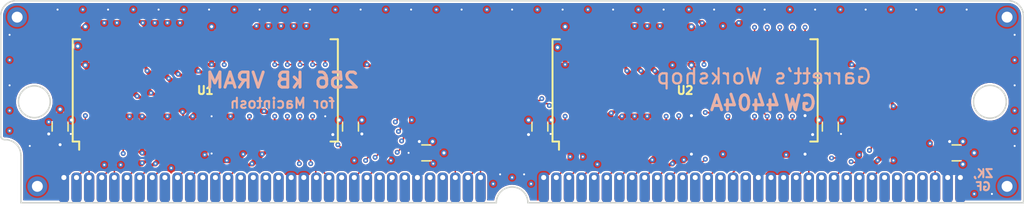
<source format=kicad_pcb>
(kicad_pcb (version 20171130) (host pcbnew "(5.1.10-1-10_14)")
  (title_block (title GW4404A) (date 2021-05-30) (rev 1.0) (company "Garrett's Workshop"))
  (layers (0 F.Cu signal) (1 In1.Cu power) (2 In2.Cu signal) (31 B.Cu power) (34 B.Paste user) (35 F.Paste user) (36 B.SilkS user) (37 F.SilkS user) (38 B.Mask user) (39 F.Mask user) (44 Edge.Cuts user))
  (net 0 "")
  (net 1 +5V)
  (net 2 /D0)
  (net 3 /D1)
  (net 4 /D2)
  (net 5 /D3)
  (net 6 GND)
  (net 7 /D4)
  (net 8 /D5)
  (net 9 /D6)
  (net 10 /D7)
  (net 11 /A0)
  (net 12 /A1)
  (net 13 /A2)
  (net 14 /A3)
  (net 15 /A4)
  (net 16 /A5)
  (net 17 /A6)
  (net 18 /A7)
  (net 19 /D8)
  (net 20 /D9)
  (net 21 /D10)
  (net 22 /D11)
  (net 23 /D12)
  (net 24 /D13)
  (net 25 /D14)
  (net 26 /D15)
  (net 27 /A8)
  (net 28 "Net-(J1-Pad63)")
  (net 29 /S14)
  (net 30 /S15)
  (net 31 /S13)
  (net 32 /S12)
  (net 33 "Net-(J1-Pad51)")
  (net 34 /U~SE~)
  (net 35 /U~WE~)
  (net 36 /S10)
  (net 37 /S11)
  (net 38 /U~OE~)
  (net 39 /S9)
  (net 40 /S8)
  (net 41 /SC)
  (net 42 /L~CAS~)
  (net 43 /S6)
  (net 44 /S7)
  (net 45 /S5)
  (net 46 /S4)
  (net 47 /L~SE~)
  (net 48 /~RAS~)
  (net 49 /L~WE~)
  (net 50 /S2)
  (net 51 /S3)
  (net 52 /L~OE~)
  (net 53 /S1)
  (net 54 /S0)
  (net 55 /DSF)
  (net 56 "Net-(U1-Pad26)")
  (net 57 "Net-(U2-Pad26)")
  (net 58 /U~CAS~)
  (net 59 /L~OE~2)
  (net 60 /L~WE~2)
  (net 61 /U~OE~2)
  (net 62 /U~WE~2)
  (module stdpads:MacVRAMSIMM_Edge (layer F.Cu) (at 120.65 127.635)
    (fp_text reference J1 hide)
    (fp_text value VRAM)
    (pad 68 thru_hole roundrect (at 45.085 -2.54) (size 1.0414 3.048) (drill 0.508 (offset 0 1.016)) (layers *.Cu *.Mask) (roundrect_rratio 0.4) (net 1 +5V))
    (pad 67 thru_hole roundrect (at 43.815 -2.54) (size 1.0414 3.048) (drill 0.508 (offset 0 1.016)) (layers *.Cu *.Mask) (roundrect_rratio 0.4) (net 1 +5V))
    (pad 66 thru_hole roundrect (at 42.545 -2.54) (size 1.0414 3.048) (drill 0.508 (offset 0 1.016)) (layers *.Cu *.Mask) (roundrect_rratio 0.4) (net 58 /U~CAS~))
    (pad 65 thru_hole roundrect (at 41.275 -2.54) (size 1.0414 3.048) (drill 0.508 (offset 0 1.016)) (layers *.Cu *.Mask) (roundrect_rratio 0.4) (net 25 /D14))
    (pad 64 thru_hole roundrect (at 40.005 -2.54) (size 1.0414 3.048) (drill 0.508 (offset 0 1.016)) (layers *.Cu *.Mask) (roundrect_rratio 0.4) (net 26 /D15))
    (pad 63 thru_hole roundrect (at 38.735 -2.54) (size 1.0414 3.048) (drill 0.508 (offset 0 1.016)) (layers *.Cu *.Mask) (roundrect_rratio 0.4) (net 28 "Net-(J1-Pad63)"))
    (pad 62 thru_hole roundrect (at 37.465 -2.54) (size 1.0414 3.048) (drill 0.508 (offset 0 1.016)) (layers *.Cu *.Mask) (roundrect_rratio 0.4) (net 62 /U~WE~2))
    (pad 61 thru_hole roundrect (at 36.195 -2.54) (size 1.0414 3.048) (drill 0.508 (offset 0 1.016)) (layers *.Cu *.Mask) (roundrect_rratio 0.4) (net 29 /S14))
    (pad 60 thru_hole roundrect (at 34.925 -2.54) (size 1.0414 3.048) (drill 0.508 (offset 0 1.016)) (layers *.Cu *.Mask) (roundrect_rratio 0.4) (net 30 /S15))
    (pad 59 thru_hole roundrect (at 33.655 -2.54) (size 1.0414 3.048) (drill 0.508 (offset 0 1.016)) (layers *.Cu *.Mask) (roundrect_rratio 0.4) (net 24 /D13))
    (pad 58 thru_hole roundrect (at 32.385 -2.54) (size 1.0414 3.048) (drill 0.508 (offset 0 1.016)) (layers *.Cu *.Mask) (roundrect_rratio 0.4) (net 23 /D12))
    (pad 57 thru_hole roundrect (at 31.115 -2.54) (size 1.0414 3.048) (drill 0.508 (offset 0 1.016)) (layers *.Cu *.Mask) (roundrect_rratio 0.4) (net 61 /U~OE~2))
    (pad 56 thru_hole roundrect (at 29.845 -2.54) (size 1.0414 3.048) (drill 0.508 (offset 0 1.016)) (layers *.Cu *.Mask) (roundrect_rratio 0.4) (net 31 /S13))
    (pad 55 thru_hole roundrect (at 28.575 -2.54) (size 1.0414 3.048) (drill 0.508 (offset 0 1.016)) (layers *.Cu *.Mask) (roundrect_rratio 0.4) (net 32 /S12))
    (pad 54 thru_hole roundrect (at 27.305 -2.54) (size 1.0414 3.048) (drill 0.508 (offset 0 1.016)) (layers *.Cu *.Mask) (roundrect_rratio 0.4) (net 6 GND))
    (pad 53 thru_hole roundrect (at 26.035 -2.54) (size 1.0414 3.048) (drill 0.508 (offset 0 1.016)) (layers *.Cu *.Mask) (roundrect_rratio 0.4) (net 6 GND))
    (pad 52 thru_hole roundrect (at 24.765 -2.54) (size 1.0414 3.048) (drill 0.508 (offset 0 1.016)) (layers *.Cu *.Mask) (roundrect_rratio 0.4) (net 1 +5V))
    (pad 51 thru_hole roundrect (at 23.495 -2.54) (size 1.0414 3.048) (drill 0.508 (offset 0 1.016)) (layers *.Cu *.Mask) (roundrect_rratio 0.4) (net 33 "Net-(J1-Pad51)"))
    (pad 50 thru_hole roundrect (at 22.225 -2.54) (size 1.0414 3.048) (drill 0.508 (offset 0 1.016)) (layers *.Cu *.Mask) (roundrect_rratio 0.4) (net 27 /A8))
    (pad 49 thru_hole roundrect (at 20.955 -2.54) (size 1.0414 3.048) (drill 0.508 (offset 0 1.016)) (layers *.Cu *.Mask) (roundrect_rratio 0.4) (net 18 /A7))
    (pad 48 thru_hole roundrect (at 19.685 -2.54) (size 1.0414 3.048) (drill 0.508 (offset 0 1.016)) (layers *.Cu *.Mask) (roundrect_rratio 0.4) (net 17 /A6))
    (pad 47 thru_hole roundrect (at 18.415 -2.54) (size 1.0414 3.048) (drill 0.508 (offset 0 1.016)) (layers *.Cu *.Mask) (roundrect_rratio 0.4) (net 21 /D10))
    (pad 46 thru_hole roundrect (at 17.145 -2.54) (size 1.0414 3.048) (drill 0.508 (offset 0 1.016)) (layers *.Cu *.Mask) (roundrect_rratio 0.4) (net 22 /D11))
    (pad 45 thru_hole roundrect (at 15.875 -2.54) (size 1.0414 3.048) (drill 0.508 (offset 0 1.016)) (layers *.Cu *.Mask) (roundrect_rratio 0.4) (net 34 /U~SE~))
    (pad 44 thru_hole roundrect (at 14.605 -2.54) (size 1.0414 3.048) (drill 0.508 (offset 0 1.016)) (layers *.Cu *.Mask) (roundrect_rratio 0.4) (net 35 /U~WE~))
    (pad 43 thru_hole roundrect (at 13.335 -2.54) (size 1.0414 3.048) (drill 0.508 (offset 0 1.016)) (layers *.Cu *.Mask) (roundrect_rratio 0.4) (net 36 /S10))
    (pad 42 thru_hole roundrect (at 12.065 -2.54) (size 1.0414 3.048) (drill 0.508 (offset 0 1.016)) (layers *.Cu *.Mask) (roundrect_rratio 0.4) (net 37 /S11))
    (pad 41 thru_hole roundrect (at 10.795 -2.54) (size 1.0414 3.048) (drill 0.508 (offset 0 1.016)) (layers *.Cu *.Mask) (roundrect_rratio 0.4) (net 20 /D9))
    (pad 40 thru_hole roundrect (at 9.525 -2.54) (size 1.0414 3.048) (drill 0.508 (offset 0 1.016)) (layers *.Cu *.Mask) (roundrect_rratio 0.4) (net 19 /D8))
    (pad 39 thru_hole roundrect (at 8.255 -2.54) (size 1.0414 3.048) (drill 0.508 (offset 0 1.016)) (layers *.Cu *.Mask) (roundrect_rratio 0.4) (net 38 /U~OE~))
    (pad 38 thru_hole roundrect (at 6.985 -2.54) (size 1.0414 3.048) (drill 0.508 (offset 0 1.016)) (layers *.Cu *.Mask) (roundrect_rratio 0.4) (net 39 /S9))
    (pad 37 thru_hole roundrect (at 5.715 -2.54) (size 1.0414 3.048) (drill 0.508 (offset 0 1.016)) (layers *.Cu *.Mask) (roundrect_rratio 0.4) (net 40 /S8))
    (pad 36 thru_hole roundrect (at 4.445 -2.54) (size 1.0414 3.048) (drill 0.508 (offset 0 1.016)) (layers *.Cu *.Mask) (roundrect_rratio 0.4) (net 41 /SC))
    (pad 35 thru_hole roundrect (at 3.175 -2.54) (size 1.0414 3.048) (drill 0.508 (offset 0 1.016)) (layers *.Cu *.Mask) (roundrect_rratio 0.4) (net 6 GND))
    (pad 34 thru_hole roundrect (at -3.175 -2.54) (size 1.0414 3.048) (drill 0.508 (offset 0 1.016)) (layers *.Cu *.Mask) (roundrect_rratio 0.4) (net 16 /A5))
    (pad 33 thru_hole roundrect (at -4.445 -2.54) (size 1.0414 3.048) (drill 0.508 (offset 0 1.016)) (layers *.Cu *.Mask) (roundrect_rratio 0.4) (net 15 /A4))
    (pad 32 thru_hole roundrect (at -5.715 -2.54) (size 1.0414 3.048) (drill 0.508 (offset 0 1.016)) (layers *.Cu *.Mask) (roundrect_rratio 0.4) (net 42 /L~CAS~))
    (pad 31 thru_hole roundrect (at -6.985 -2.54) (size 1.0414 3.048) (drill 0.508 (offset 0 1.016)) (layers *.Cu *.Mask) (roundrect_rratio 0.4) (net 9 /D6))
    (pad 30 thru_hole roundrect (at -8.255 -2.54) (size 1.0414 3.048) (drill 0.508 (offset 0 1.016)) (layers *.Cu *.Mask) (roundrect_rratio 0.4) (net 10 /D7))
    (pad 29 thru_hole roundrect (at -9.525 -2.54) (size 1.0414 3.048) (drill 0.508 (offset 0 1.016)) (layers *.Cu *.Mask) (roundrect_rratio 0.4) (net 1 +5V))
    (pad 28 thru_hole roundrect (at -10.795 -2.54) (size 1.0414 3.048) (drill 0.508 (offset 0 1.016)) (layers *.Cu *.Mask) (roundrect_rratio 0.4) (net 60 /L~WE~2))
    (pad 27 thru_hole roundrect (at -12.065 -2.54) (size 1.0414 3.048) (drill 0.508 (offset 0 1.016)) (layers *.Cu *.Mask) (roundrect_rratio 0.4) (net 43 /S6))
    (pad 26 thru_hole roundrect (at -13.335 -2.54) (size 1.0414 3.048) (drill 0.508 (offset 0 1.016)) (layers *.Cu *.Mask) (roundrect_rratio 0.4) (net 44 /S7))
    (pad 25 thru_hole roundrect (at -14.605 -2.54) (size 1.0414 3.048) (drill 0.508 (offset 0 1.016)) (layers *.Cu *.Mask) (roundrect_rratio 0.4) (net 8 /D5))
    (pad 24 thru_hole roundrect (at -15.875 -2.54) (size 1.0414 3.048) (drill 0.508 (offset 0 1.016)) (layers *.Cu *.Mask) (roundrect_rratio 0.4) (net 7 /D4))
    (pad 23 thru_hole roundrect (at -17.145 -2.54) (size 1.0414 3.048) (drill 0.508 (offset 0 1.016)) (layers *.Cu *.Mask) (roundrect_rratio 0.4) (net 59 /L~OE~2))
    (pad 22 thru_hole roundrect (at -18.415 -2.54) (size 1.0414 3.048) (drill 0.508 (offset 0 1.016)) (layers *.Cu *.Mask) (roundrect_rratio 0.4) (net 45 /S5))
    (pad 21 thru_hole roundrect (at -19.685 -2.54) (size 1.0414 3.048) (drill 0.508 (offset 0 1.016)) (layers *.Cu *.Mask) (roundrect_rratio 0.4) (net 46 /S4))
    (pad 20 thru_hole roundrect (at -20.955 -2.54) (size 1.0414 3.048) (drill 0.508 (offset 0 1.016)) (layers *.Cu *.Mask) (roundrect_rratio 0.4) (net 6 GND))
    (pad 19 thru_hole roundrect (at -22.225 -2.54) (size 1.0414 3.048) (drill 0.508 (offset 0 1.016)) (layers *.Cu *.Mask) (roundrect_rratio 0.4) (net 6 GND))
    (pad 18 thru_hole roundrect (at -23.495 -2.54) (size 1.0414 3.048) (drill 0.508 (offset 0 1.016)) (layers *.Cu *.Mask) (roundrect_rratio 0.4) (net 14 /A3))
    (pad 17 thru_hole roundrect (at -24.765 -2.54) (size 1.0414 3.048) (drill 0.508 (offset 0 1.016)) (layers *.Cu *.Mask) (roundrect_rratio 0.4) (net 13 /A2))
    (pad 16 thru_hole roundrect (at -26.035 -2.54) (size 1.0414 3.048) (drill 0.508 (offset 0 1.016)) (layers *.Cu *.Mask) (roundrect_rratio 0.4) (net 12 /A1))
    (pad 15 thru_hole roundrect (at -27.305 -2.54) (size 1.0414 3.048) (drill 0.508 (offset 0 1.016)) (layers *.Cu *.Mask) (roundrect_rratio 0.4) (net 11 /A0))
    (pad 14 thru_hole roundrect (at -28.575 -2.54) (size 1.0414 3.048) (drill 0.508 (offset 0 1.016)) (layers *.Cu *.Mask) (roundrect_rratio 0.4) (net 4 /D2))
    (pad 13 thru_hole roundrect (at -29.845 -2.54) (size 1.0414 3.048) (drill 0.508 (offset 0 1.016)) (layers *.Cu *.Mask) (roundrect_rratio 0.4) (net 5 /D3))
    (pad 12 thru_hole roundrect (at -31.115 -2.54) (size 1.0414 3.048) (drill 0.508 (offset 0 1.016)) (layers *.Cu *.Mask) (roundrect_rratio 0.4) (net 47 /L~SE~))
    (pad 11 thru_hole roundrect (at -32.385 -2.54) (size 1.0414 3.048) (drill 0.508 (offset 0 1.016)) (layers *.Cu *.Mask) (roundrect_rratio 0.4) (net 48 /~RAS~))
    (pad 10 thru_hole roundrect (at -33.655 -2.54) (size 1.0414 3.048) (drill 0.508 (offset 0 1.016)) (layers *.Cu *.Mask) (roundrect_rratio 0.4) (net 49 /L~WE~))
    (pad 9 thru_hole roundrect (at -34.925 -2.54) (size 1.0414 3.048) (drill 0.508 (offset 0 1.016)) (layers *.Cu *.Mask) (roundrect_rratio 0.4) (net 50 /S2))
    (pad 8 thru_hole roundrect (at -36.195 -2.54) (size 1.0414 3.048) (drill 0.508 (offset 0 1.016)) (layers *.Cu *.Mask) (roundrect_rratio 0.4) (net 51 /S3))
    (pad 7 thru_hole roundrect (at -37.465 -2.54) (size 1.0414 3.048) (drill 0.508 (offset 0 1.016)) (layers *.Cu *.Mask) (roundrect_rratio 0.4) (net 3 /D1))
    (pad 6 thru_hole roundrect (at -38.735 -2.54) (size 1.0414 3.048) (drill 0.508 (offset 0 1.016)) (layers *.Cu *.Mask) (roundrect_rratio 0.4) (net 2 /D0))
    (pad 5 thru_hole roundrect (at -40.005 -2.54) (size 1.0414 3.048) (drill 0.508 (offset 0 1.016)) (layers *.Cu *.Mask) (roundrect_rratio 0.4) (net 52 /L~OE~))
    (pad 4 thru_hole roundrect (at -41.275 -2.54) (size 1.0414 3.048) (drill 0.508 (offset 0 1.016)) (layers *.Cu *.Mask) (roundrect_rratio 0.4) (net 53 /S1))
    (pad 3 thru_hole roundrect (at -42.545 -2.54) (size 1.0414 3.048) (drill 0.508 (offset 0 1.016)) (layers *.Cu *.Mask) (roundrect_rratio 0.4) (net 54 /S0))
    (pad 2 thru_hole roundrect (at -43.815 -2.54) (size 1.0414 3.048) (drill 0.508 (offset 0 1.016)) (layers *.Cu *.Mask) (roundrect_rratio 0.4) (net 55 /DSF))
    (pad 1 thru_hole roundrect (at -45.085 -2.54) (size 1.0414 3.048) (drill 0.508 (offset 0 1.016)) (layers *.Cu *.Mask) (roundrect_rratio 0.4) (net 1 +5V))
  )
  (module stdpads:C_0805 (layer F.Cu) (at 165.315 122.6185)
    (fp_text reference C6)
    (fp_text value 2u2)
    (pad 1 smd roundrect (at -0.85 0) (size 1.05 1.4) (layers F.Cu F.Paste F.Mask) (net 1 +5V))
    (pad 2 smd roundrect (at 0.85 0) (size 1.05 1.4) (layers F.Cu F.Paste F.Mask) (net 6 GND))
  )
  (module stdpads:C_0805 (layer F.Cu) (at 111.975 122.6185)
    (fp_text reference C5)
    (fp_text value 2u2)
    (pad 2 smd roundrect (at 0.85 0) (size 1.05 1.4) (layers F.Cu F.Paste F.Mask) (net 6 GND))
    (pad 1 smd roundrect (at -0.85 0) (size 1.05 1.4) (layers F.Cu F.Paste F.Mask) (net 1 +5V))
  )
  (module stdpads:C_0805 (layer F.Cu) (at 75.184 120.015 90)
    (fp_text reference C1)
    (fp_text value 2u2)
    (pad 1 smd roundrect (at -0.85 0 90) (size 1.05 1.4) (layers F.Cu F.Paste F.Mask) (net 1 +5V))
    (pad 2 smd roundrect (at 0.85 0 90) (size 1.05 1.4) (layers F.Cu F.Paste F.Mask) (net 6 GND))
  )
  (module stdpads:C_0805 (layer F.Cu) (at 152.654 120.015 90)
    (fp_text reference C4)
    (fp_text value 2u2)
    (pad 2 smd roundrect (at 0.85 0 90) (size 1.05 1.4) (layers F.Cu F.Paste F.Mask) (net 6 GND))
    (pad 1 smd roundrect (at -0.85 0 90) (size 1.05 1.4) (layers F.Cu F.Paste F.Mask) (net 1 +5V))
  )
  (module stdpads:C_0805 (layer F.Cu) (at 123.444 120.015 90)
    (fp_text reference C3)
    (fp_text value 2u2)
    (pad 2 smd roundrect (at 0.85 0 90) (size 1.05 1.4) (layers F.Cu F.Paste F.Mask) (net 6 GND))
    (pad 1 smd roundrect (at -0.85 0 90) (size 1.05 1.4) (layers F.Cu F.Paste F.Mask) (net 1 +5V))
  )
  (module stdpads:Fiducial (layer F.Cu) (at 72.898 123.444)
    (fp_text reference FID2 hide)
    (fp_text value Fiducial hide)
    (pad ~ smd circle (at 0 0) (size 1 1) (layers F.Cu F.Mask) (clearance 0.575))
  )
  (module stdpads:Fiducial (layer F.Cu) (at 170.434 123.444)
    (fp_text reference FID3 hide)
    (fp_text value Fiducial hide)
    (pad ~ smd circle (at 0 0) (size 1 1) (layers F.Cu F.Mask) (clearance 0.575))
  )
  (module stdpads:Fiducial (layer F.Cu) (at 167.894 108.966)
    (fp_text reference FID4 hide)
    (fp_text value Fiducial hide)
    (pad ~ smd circle (at 0 0) (size 1 1) (layers F.Cu F.Mask) (clearance 0.575))
  )
  (module stdpads:Fiducial (layer F.Cu) (at 73.406 108.966)
    (fp_text reference FID1 hide)
    (fp_text value Fiducial hide)
    (pad ~ smd circle (at 0 0) (size 1 1) (layers F.Cu F.Mask) (clearance 0.575))
  )
  (module stdpads:PasteHole_1.1mm_PTH (layer F.Cu) (at 72.898 125.984)
    (fp_text reference H2)
    (fp_text value " " hide)
    (pad 1 thru_hole circle (at 0 0) (size 2 2) (drill 1.1) (layers *.Cu *.Mask) (net 6 GND))
  )
  (module stdpads:PasteHole_1.1mm_PTH (layer F.Cu) (at 170.434 125.984)
    (fp_text reference H3)
    (fp_text value " " hide)
    (pad 1 thru_hole circle (at 0 0) (size 2 2) (drill 1.1) (layers *.Cu *.Mask) (net 6 GND))
  )
  (module stdpads:PasteHole_1.1mm_PTH (layer F.Cu) (at 70.866 108.966)
    (fp_text reference H1)
    (fp_text value " " hide)
    (pad 1 thru_hole circle (at 0 0) (size 2 2) (drill 1.1) (layers *.Cu *.Mask) (net 6 GND))
  )
  (module stdpads:PasteHole_1.1mm_PTH (layer F.Cu) (at 170.434 108.966)
    (fp_text reference H4)
    (fp_text value " " hide)
    (pad 1 thru_hole circle (at 0 0) (size 2 2) (drill 1.1) (layers *.Cu *.Mask) (net 6 GND))
  )
  (module stdpads:C_0805 (layer F.Cu) (at 104.394 120.015 90)
    (fp_text reference C2)
    (fp_text value 2u2)
    (pad 1 smd roundrect (at -0.85 0 90) (size 1.05 1.4) (layers F.Cu F.Paste F.Mask) (net 1 +5V))
    (pad 2 smd roundrect (at 0.85 0 90) (size 1.05 1.4) (layers F.Cu F.Paste F.Mask) (net 6 GND))
  )
  (module stdpads:SOJ-40_400mil (layer F.Cu) (at 89.789 116.332 90)
    (fp_text reference U1)
    (fp_text value 42C8128)
    (fp_text user %R (at 0 0) (layer F.SilkS) (effects (font (size 0.8128 0.8128) (thickness 0.2032))))
    (pad 39 smd roundrect (at 4.445 -10.795 90) (size 3.048 0.6) (layers F.Cu F.Paste F.Mask) (net 44 /S7))
    (pad 40 smd roundrect (at 4.445 -12.065 90) (size 3.048 0.6) (layers F.Cu F.Paste F.Mask) (net 6 GND))
    (pad 38 smd roundrect (at 4.445 -9.525 90) (size 3.048 0.6) (layers F.Cu F.Paste F.Mask) (net 43 /S6))
    (pad 37 smd roundrect (at 4.445 -8.255 90) (size 3.048 0.6) (layers F.Cu F.Paste F.Mask) (net 45 /S5))
    (pad 34 smd roundrect (at 4.445 -4.445 90) (size 3.048 0.6) (layers F.Cu F.Paste F.Mask) (net 10 /D7))
    (pad 33 smd roundrect (at 4.445 -3.175 90) (size 3.048 0.6) (layers F.Cu F.Paste F.Mask) (net 9 /D6))
    (pad 32 smd roundrect (at 4.445 -1.905 90) (size 3.048 0.6) (layers F.Cu F.Paste F.Mask) (net 8 /D5))
    (pad 31 smd roundrect (at 4.445 -0.635 90) (size 3.048 0.6) (layers F.Cu F.Paste F.Mask) (net 7 /D4))
    (pad 30 smd roundrect (at 4.445 0.635 90) (size 3.048 0.6) (layers F.Cu F.Paste F.Mask) (net 6 GND))
    (pad 29 smd roundrect (at 4.445 1.905 90) (size 3.048 0.6) (layers F.Cu F.Paste F.Mask) (net 55 /DSF))
    (pad 35 smd roundrect (at 4.445 -5.715 90) (size 3.048 0.6) (layers F.Cu F.Paste F.Mask) (net 47 /L~SE~))
    (pad 36 smd roundrect (at 4.445 -6.985 90) (size 3.048 0.6) (layers F.Cu F.Paste F.Mask) (net 46 /S4))
    (pad 20 smd roundrect (at -4.445 12.065 90) (size 3.048 0.6) (layers F.Cu F.Paste F.Mask) (net 1 +5V))
    (pad 19 smd roundrect (at -4.445 10.795 90) (size 3.048 0.6) (layers F.Cu F.Paste F.Mask) (net 15 /A4))
    (pad 18 smd roundrect (at -4.445 9.525 90) (size 3.048 0.6) (layers F.Cu F.Paste F.Mask) (net 16 /A5))
    (pad 17 smd roundrect (at -4.445 8.255 90) (size 3.048 0.6) (layers F.Cu F.Paste F.Mask) (net 17 /A6))
    (pad 16 smd roundrect (at -4.445 6.985 90) (size 3.048 0.6) (layers F.Cu F.Paste F.Mask) (net 27 /A8))
    (pad 15 smd roundrect (at -4.445 5.715 90) (size 3.048 0.6) (layers F.Cu F.Paste F.Mask))
    (pad 7 smd roundrect (at -4.445 -4.445 90) (size 3.048 0.6) (layers F.Cu F.Paste F.Mask) (net 2 /D0))
    (pad 26 smd roundrect (at 4.445 5.715 90) (size 3.048 0.6) (layers F.Cu F.Paste F.Mask) (net 56 "Net-(U1-Pad26)"))
    (pad 25 smd roundrect (at 4.445 6.985 90) (size 3.048 0.6) (layers F.Cu F.Paste F.Mask) (net 11 /A0))
    (pad 24 smd roundrect (at 4.445 8.255 90) (size 3.048 0.6) (layers F.Cu F.Paste F.Mask) (net 12 /A1))
    (pad 23 smd roundrect (at 4.445 9.525 90) (size 3.048 0.6) (layers F.Cu F.Paste F.Mask) (net 13 /A2))
    (pad 22 smd roundrect (at 4.445 10.795 90) (size 3.048 0.6) (layers F.Cu F.Paste F.Mask) (net 14 /A3))
    (pad 13 smd roundrect (at -4.445 3.175 90) (size 3.048 0.6) (layers F.Cu F.Paste F.Mask))
    (pad 12 smd roundrect (at -4.445 1.905 90) (size 3.048 0.6) (layers F.Cu F.Paste F.Mask) (net 49 /L~WE~))
    (pad 11 smd roundrect (at -4.445 0.635 90) (size 3.048 0.6) (layers F.Cu F.Paste F.Mask) (net 1 +5V))
    (pad 10 smd roundrect (at -4.445 -0.635 90) (size 3.048 0.6) (layers F.Cu F.Paste F.Mask) (net 5 /D3))
    (pad 9 smd roundrect (at -4.445 -1.905 90) (size 3.048 0.6) (layers F.Cu F.Paste F.Mask) (net 4 /D2))
    (pad 5 smd roundrect (at -4.445 -6.985 90) (size 3.048 0.6) (layers F.Cu F.Paste F.Mask) (net 51 /S3))
    (pad 4 smd roundrect (at -4.445 -8.255 90) (size 3.048 0.6) (layers F.Cu F.Paste F.Mask) (net 50 /S2))
    (pad 3 smd roundrect (at -4.445 -9.525 90) (size 3.048 0.6) (layers F.Cu F.Paste F.Mask) (net 53 /S1))
    (pad 2 smd roundrect (at -4.445 -10.795 90) (size 3.048 0.6) (layers F.Cu F.Paste F.Mask) (net 54 /S0))
    (pad 1 smd roundrect (at -4.445 -12.065 90) (size 3.048 0.6) (layers F.Cu F.Paste F.Mask) (net 41 /SC))
    (pad 21 smd roundrect (at 4.445 12.065 90) (size 3.048 0.6) (layers F.Cu F.Paste F.Mask) (net 18 /A7))
    (pad 6 smd roundrect (at -4.445 -5.715 90) (size 3.048 0.6) (layers F.Cu F.Paste F.Mask) (net 52 /L~OE~))
    (pad 8 smd roundrect (at -4.445 -3.175 90) (size 3.048 0.6) (layers F.Cu F.Paste F.Mask) (net 3 /D1))
    (pad 14 smd roundrect (at -4.445 4.445 90) (size 3.048 0.6) (layers F.Cu F.Paste F.Mask) (net 48 /~RAS~))
    (pad 27 smd roundrect (at 4.445 4.445 90) (size 3.048 0.6) (layers F.Cu F.Paste F.Mask) (net 42 /L~CAS~))
    (pad 28 smd roundrect (at 4.445 3.175 90) (size 3.048 0.6) (layers F.Cu F.Paste F.Mask))
  )
  (module stdpads:SOJ-40_400mil (layer F.Cu) (at 138.049 116.332 90)
    (fp_text reference U2)
    (fp_text value 42C8128)
    (fp_text user %R (at 0 0) (layer F.SilkS) (effects (font (size 0.8128 0.8128) (thickness 0.2032))))
    (pad 28 smd roundrect (at 4.445 3.175 90) (size 3.048 0.6) (layers F.Cu F.Paste F.Mask))
    (pad 27 smd roundrect (at 4.445 4.445 90) (size 3.048 0.6) (layers F.Cu F.Paste F.Mask) (net 58 /U~CAS~))
    (pad 14 smd roundrect (at -4.445 4.445 90) (size 3.048 0.6) (layers F.Cu F.Paste F.Mask) (net 48 /~RAS~))
    (pad 8 smd roundrect (at -4.445 -3.175 90) (size 3.048 0.6) (layers F.Cu F.Paste F.Mask) (net 20 /D9))
    (pad 6 smd roundrect (at -4.445 -5.715 90) (size 3.048 0.6) (layers F.Cu F.Paste F.Mask) (net 38 /U~OE~))
    (pad 21 smd roundrect (at 4.445 12.065 90) (size 3.048 0.6) (layers F.Cu F.Paste F.Mask) (net 18 /A7))
    (pad 1 smd roundrect (at -4.445 -12.065 90) (size 3.048 0.6) (layers F.Cu F.Paste F.Mask) (net 41 /SC))
    (pad 2 smd roundrect (at -4.445 -10.795 90) (size 3.048 0.6) (layers F.Cu F.Paste F.Mask) (net 40 /S8))
    (pad 3 smd roundrect (at -4.445 -9.525 90) (size 3.048 0.6) (layers F.Cu F.Paste F.Mask) (net 39 /S9))
    (pad 4 smd roundrect (at -4.445 -8.255 90) (size 3.048 0.6) (layers F.Cu F.Paste F.Mask) (net 36 /S10))
    (pad 5 smd roundrect (at -4.445 -6.985 90) (size 3.048 0.6) (layers F.Cu F.Paste F.Mask) (net 37 /S11))
    (pad 9 smd roundrect (at -4.445 -1.905 90) (size 3.048 0.6) (layers F.Cu F.Paste F.Mask) (net 21 /D10))
    (pad 10 smd roundrect (at -4.445 -0.635 90) (size 3.048 0.6) (layers F.Cu F.Paste F.Mask) (net 22 /D11))
    (pad 11 smd roundrect (at -4.445 0.635 90) (size 3.048 0.6) (layers F.Cu F.Paste F.Mask) (net 1 +5V))
    (pad 12 smd roundrect (at -4.445 1.905 90) (size 3.048 0.6) (layers F.Cu F.Paste F.Mask) (net 35 /U~WE~))
    (pad 13 smd roundrect (at -4.445 3.175 90) (size 3.048 0.6) (layers F.Cu F.Paste F.Mask))
    (pad 22 smd roundrect (at 4.445 10.795 90) (size 3.048 0.6) (layers F.Cu F.Paste F.Mask) (net 14 /A3))
    (pad 23 smd roundrect (at 4.445 9.525 90) (size 3.048 0.6) (layers F.Cu F.Paste F.Mask) (net 13 /A2))
    (pad 24 smd roundrect (at 4.445 8.255 90) (size 3.048 0.6) (layers F.Cu F.Paste F.Mask) (net 12 /A1))
    (pad 25 smd roundrect (at 4.445 6.985 90) (size 3.048 0.6) (layers F.Cu F.Paste F.Mask) (net 11 /A0))
    (pad 26 smd roundrect (at 4.445 5.715 90) (size 3.048 0.6) (layers F.Cu F.Paste F.Mask) (net 57 "Net-(U2-Pad26)"))
    (pad 7 smd roundrect (at -4.445 -4.445 90) (size 3.048 0.6) (layers F.Cu F.Paste F.Mask) (net 19 /D8))
    (pad 15 smd roundrect (at -4.445 5.715 90) (size 3.048 0.6) (layers F.Cu F.Paste F.Mask))
    (pad 16 smd roundrect (at -4.445 6.985 90) (size 3.048 0.6) (layers F.Cu F.Paste F.Mask) (net 27 /A8))
    (pad 17 smd roundrect (at -4.445 8.255 90) (size 3.048 0.6) (layers F.Cu F.Paste F.Mask) (net 17 /A6))
    (pad 18 smd roundrect (at -4.445 9.525 90) (size 3.048 0.6) (layers F.Cu F.Paste F.Mask) (net 16 /A5))
    (pad 19 smd roundrect (at -4.445 10.795 90) (size 3.048 0.6) (layers F.Cu F.Paste F.Mask) (net 15 /A4))
    (pad 20 smd roundrect (at -4.445 12.065 90) (size 3.048 0.6) (layers F.Cu F.Paste F.Mask) (net 1 +5V))
    (pad 36 smd roundrect (at 4.445 -6.985 90) (size 3.048 0.6) (layers F.Cu F.Paste F.Mask) (net 32 /S12))
    (pad 35 smd roundrect (at 4.445 -5.715 90) (size 3.048 0.6) (layers F.Cu F.Paste F.Mask) (net 34 /U~SE~))
    (pad 29 smd roundrect (at 4.445 1.905 90) (size 3.048 0.6) (layers F.Cu F.Paste F.Mask) (net 55 /DSF))
    (pad 30 smd roundrect (at 4.445 0.635 90) (size 3.048 0.6) (layers F.Cu F.Paste F.Mask) (net 6 GND))
    (pad 31 smd roundrect (at 4.445 -0.635 90) (size 3.048 0.6) (layers F.Cu F.Paste F.Mask) (net 23 /D12))
    (pad 32 smd roundrect (at 4.445 -1.905 90) (size 3.048 0.6) (layers F.Cu F.Paste F.Mask) (net 24 /D13))
    (pad 33 smd roundrect (at 4.445 -3.175 90) (size 3.048 0.6) (layers F.Cu F.Paste F.Mask) (net 25 /D14))
    (pad 34 smd roundrect (at 4.445 -4.445 90) (size 3.048 0.6) (layers F.Cu F.Paste F.Mask) (net 26 /D15))
    (pad 37 smd roundrect (at 4.445 -8.255 90) (size 3.048 0.6) (layers F.Cu F.Paste F.Mask) (net 31 /S13))
    (pad 38 smd roundrect (at 4.445 -9.525 90) (size 3.048 0.6) (layers F.Cu F.Paste F.Mask) (net 29 /S14))
    (pad 40 smd roundrect (at 4.445 -12.065 90) (size 3.048 0.6) (layers F.Cu F.Paste F.Mask) (net 6 GND))
    (pad 39 smd roundrect (at 4.445 -10.795 90) (size 3.048 0.6) (layers F.Cu F.Paste F.Mask) (net 30 /S15))
  )
  (gr_text "ZK,\nGF" (at 168.021 125.349) (layer B.SilkS) (effects (font (size 0.8128 0.8128) (thickness 0.2032)) (justify mirror)))
  (gr_text 4404A (at 147.785786 117.602) (layer B.SilkS) (effects (font (size 1.5 1.5) (thickness 0.3)) (justify left mirror)))
  (gr_text "256 kB VRAM" (at 97.536 115.316) (layer B.SilkS) (effects (font (size 1.524 1.524) (thickness 0.3)) (justify mirror)))
  (gr_text "for Macintosh" (at 97.536 117.6274) (layer B.SilkS) (effects (font (size 1.016 1.016) (thickness 0.2032)) (justify mirror)))
  (gr_text GW (at 147.806214 117.602) (layer B.SilkS) (effects (font (size 1.5 1.5) (thickness 0.3)) (justify right mirror)))
  (gr_text "Garrett’s Workshop" (at 145.9865 114.935) (layer B.SilkS) (effects (font (size 1.524 1.524) (thickness 0.225)) (justify mirror)))
  (gr_line (start 69.596 121.285) (end 69.6595 121.285) (layer Edge.Cuts) (width 0.15))
  (gr_arc (start 69.596 120.904) (end 69.215 120.904) (angle -90) (layer Edge.Cuts) (width 0.15))
  (gr_circle (center 168.7068 117.475) (end 170.3578 117.475) (layer Edge.Cuts) (width 0.15))
  (gr_circle (center 72.5932 117.475) (end 74.1932 117.475) (layer Edge.Cuts) (width 0.15))
  (gr_arc (start 70.739 108.839) (end 70.739 107.315) (angle -90) (layer Edge.Cuts) (width 0.15))
  (gr_arc (start 170.561 108.839) (end 172.085 108.839) (angle -90) (layer Edge.Cuts) (width 0.15))
  (gr_line (start 71.247 122.8725) (end 71.247 127.635) (layer Edge.Cuts) (width 0.15))
  (gr_line (start 71.247 127.635) (end 119.0625 127.635) (layer Edge.Cuts) (width 0.15))
  (gr_line (start 122.2375 127.635) (end 172.085 127.635) (layer Edge.Cuts) (width 0.15))
  (gr_line (start 172.085 127.635) (end 172.085 108.839) (layer Edge.Cuts) (width 0.15))
  (gr_line (start 69.215 120.904) (end 69.215 108.839) (layer Edge.Cuts) (width 0.15))
  (gr_arc (start 69.6595 122.8725) (end 71.247 122.8725) (angle -90) (layer Edge.Cuts) (width 0.15))
  (gr_arc (start 120.65 127.635) (end 122.2375 127.635) (angle -180) (layer Edge.Cuts) (width 0.15))
  (gr_line (start 70.739 107.315) (end 170.561 107.315) (layer Edge.Cuts) (width 0.15))
  (via (at 102.616 120.777) (size 0.6) (drill 0.3) (layers F.Cu B.Cu) (net 1))
  (via (at 74.041 120.7135) (size 0.6) (drill 0.3) (layers F.Cu B.Cu) (net 1))
  (segment (start 74.1925 120.865) (end 74.041 120.7135) (width 0.6) (layer F.Cu) (net 1))
  (segment (start 75.184 120.865) (end 74.1925 120.865) (width 0.6) (layer F.Cu) (net 1))
  (via (at 75.184 121.793) (size 0.6) (drill 0.3) (layers F.Cu B.Cu) (net 1))
  (segment (start 75.184 120.865) (end 75.184 121.793) (width 0.6) (layer F.Cu) (net 1))
  (via (at 105.537 120.7135) (size 0.6) (drill 0.3) (layers F.Cu B.Cu) (net 1))
  (segment (start 105.3855 120.865) (end 105.537 120.7135) (width 0.6) (layer F.Cu) (net 1))
  (segment (start 104.394 120.865) (end 105.3855 120.865) (width 0.6) (layer F.Cu) (net 1))
  (segment (start 150.114 120.802) (end 150.114 118.872) (width 0.6) (layer F.Cu) (net 1))
  (via (at 150.114 118.872) (size 0.6) (drill 0.3) (layers F.Cu B.Cu) (net 1))
  (via (at 150.876 120.777) (size 0.6) (drill 0.3) (layers F.Cu B.Cu) (net 1))
  (segment (start 150.139 120.777) (end 150.114 120.802) (width 0.6) (layer F.Cu) (net 1))
  (segment (start 150.876 120.777) (end 150.139 120.777) (width 0.6) (layer F.Cu) (net 1))
  (segment (start 101.879 120.777) (end 101.854 120.802) (width 0.6) (layer F.Cu) (net 1))
  (segment (start 102.616 120.777) (end 101.879 120.777) (width 0.6) (layer F.Cu) (net 1))
  (segment (start 152.566 120.777) (end 152.654 120.865) (width 0.6) (layer F.Cu) (net 1))
  (segment (start 150.876 120.777) (end 152.566 120.777) (width 0.6) (layer F.Cu) (net 1))
  (via (at 101.854 118.9355) (size 0.5) (drill 0.2) (layers F.Cu B.Cu) (net 1))
  (segment (start 101.854 120.802) (end 101.854 118.9355) (width 0.5) (layer F.Cu) (net 1))
  (via (at 153.7335 120.7135) (size 0.5) (drill 0.2) (layers F.Cu B.Cu) (net 1))
  (segment (start 153.582 120.865) (end 153.7335 120.7135) (width 0.5) (layer F.Cu) (net 1))
  (segment (start 152.654 120.865) (end 153.582 120.865) (width 0.5) (layer F.Cu) (net 1))
  (via (at 115.57 108.204) (size 0.5) (drill 0.2) (layers F.Cu B.Cu) (net 1))
  (via (at 100.33 108.204) (size 0.5) (drill 0.2) (layers F.Cu B.Cu) (net 1))
  (via (at 80.01 108.204) (size 0.5) (drill 0.2) (layers F.Cu B.Cu) (net 1))
  (via (at 125.73 108.204) (size 0.5) (drill 0.2) (layers F.Cu B.Cu) (net 1))
  (via (at 135.89 108.204) (size 0.5) (drill 0.2) (layers F.Cu B.Cu) (net 1))
  (via (at 161.29 108.204) (size 0.5) (drill 0.2) (layers F.Cu B.Cu) (net 1))
  (via (at 140.97 108.204) (size 0.5) (drill 0.2) (layers F.Cu B.Cu) (net 1))
  (via (at 95.25 108.204) (size 0.5) (drill 0.2) (layers F.Cu B.Cu) (net 1))
  (via (at 130.81 108.204) (size 0.5) (drill 0.2) (layers F.Cu B.Cu) (net 1))
  (via (at 151.13 108.204) (size 0.5) (drill 0.2) (layers F.Cu B.Cu) (net 1))
  (via (at 105.41 108.204) (size 0.5) (drill 0.2) (layers F.Cu B.Cu) (net 1))
  (via (at 120.65 108.204) (size 0.5) (drill 0.2) (layers F.Cu B.Cu) (net 1))
  (via (at 156.21 108.204) (size 0.5) (drill 0.2) (layers F.Cu B.Cu) (net 1))
  (via (at 166.37 108.204) (size 0.5) (drill 0.2) (layers F.Cu B.Cu) (net 1))
  (via (at 90.17 108.204) (size 0.5) (drill 0.2) (layers F.Cu B.Cu) (net 1))
  (via (at 146.05 108.204) (size 0.5) (drill 0.2) (layers F.Cu B.Cu) (net 1))
  (via (at 85.09 108.204) (size 0.5) (drill 0.2) (layers F.Cu B.Cu) (net 1))
  (via (at 110.49 108.204) (size 0.5) (drill 0.2) (layers F.Cu B.Cu) (net 1))
  (via (at 74.93 108.204) (size 0.5) (drill 0.2) (layers F.Cu B.Cu) (net 1))
  (via (at 171.196 110.744) (size 0.5) (drill 0.2) (layers F.Cu B.Cu) (net 1))
  (via (at 171.196 115.824) (size 0.5) (drill 0.2) (layers F.Cu B.Cu) (net 1))
  (via (at 70.104 115.824) (size 0.5) (drill 0.2) (layers F.Cu B.Cu) (net 1))
  (via (at 70.104 110.744) (size 0.5) (drill 0.2) (layers F.Cu B.Cu) (net 1))
  (via (at 171.196 121.92) (size 0.5) (drill 0.2) (layers F.Cu B.Cu) (net 1))
  (via (at 72.136 121.92) (size 0.5) (drill 0.2) (layers F.Cu B.Cu) (net 1))
  (via (at 168.91 126.746) (size 0.5) (drill 0.2) (layers F.Cu B.Cu) (net 1))
  (segment (start 111.125 125.095) (end 111.125 124.3965) (width 1) (layer B.Cu) (net 1))
  (segment (start 145.415 125.095) (end 145.415 124.3965) (width 1) (layer B.Cu) (net 1))
  (segment (start 164.465 125.095) (end 164.465 124.3965) (width 1) (layer B.Cu) (net 1))
  (segment (start 75.565 125.095) (end 75.565 124.3965) (width 1) (layer B.Cu) (net 1))
  (segment (start 102.6795 120.7135) (end 102.616 120.777) (width 0.6) (layer F.Cu) (net 1))
  (segment (start 104.2425 120.7135) (end 102.6795 120.7135) (width 0.6) (layer F.Cu) (net 1))
  (segment (start 104.394 120.865) (end 104.2425 120.7135) (width 0.6) (layer F.Cu) (net 1))
  (via (at 119.4435 124.7775) (size 0.5) (drill 0.2) (layers F.Cu B.Cu) (net 1))
  (via (at 121.8565 124.7775) (size 0.5) (drill 0.2) (layers F.Cu B.Cu) (net 1))
  (via (at 150.114 122.7455) (size 0.6) (drill 0.3) (layers F.Cu B.Cu) (net 1))
  (segment (start 150.114 120.802) (end 150.114 122.7455) (width 0.6) (layer F.Cu) (net 1))
  (segment (start 149.2885 123.571) (end 150.114 122.7455) (width 0.6) (layer F.Cu) (net 1))
  (segment (start 146.6215 123.571) (end 149.2885 123.571) (width 0.6) (layer F.Cu) (net 1))
  (segment (start 145.415 124.7775) (end 146.6215 123.571) (width 0.6) (layer F.Cu) (net 1))
  (segment (start 145.415 125.095) (end 145.415 124.7775) (width 0.6) (layer F.Cu) (net 1))
  (via (at 122.301 120.777) (size 0.6) (drill 0.3) (layers F.Cu B.Cu) (net 1))
  (segment (start 122.389 120.865) (end 122.301 120.777) (width 0.6) (layer F.Cu) (net 1))
  (segment (start 123.444 120.865) (end 122.389 120.865) (width 0.6) (layer F.Cu) (net 1))
  (via (at 111.3155 121.4755) (size 0.6) (drill 0.3) (layers F.Cu B.Cu) (net 1))
  (segment (start 111.125 121.666) (end 111.3155 121.4755) (width 0.6) (layer F.Cu) (net 1))
  (segment (start 111.125 122.6185) (end 111.125 121.666) (width 0.6) (layer F.Cu) (net 1))
  (via (at 164.6555 121.4755) (size 0.6) (drill 0.3) (layers F.Cu B.Cu) (net 1))
  (segment (start 164.465 121.666) (end 164.6555 121.4755) (width 0.6) (layer F.Cu) (net 1))
  (segment (start 164.465 122.6185) (end 164.465 121.666) (width 0.6) (layer F.Cu) (net 1))
  (segment (start 111.125 125.095) (end 111.125 122.6185) (width 0.8) (layer F.Cu) (net 1))
  (segment (start 164.465 125.095) (end 164.465 122.6185) (width 0.8) (layer F.Cu) (net 1))
  (via (at 110.236 122.6185) (size 0.5) (drill 0.2) (layers F.Cu B.Cu) (net 1))
  (segment (start 111.125 122.6185) (end 110.236 122.6185) (width 0.5) (layer F.Cu) (net 1))
  (via (at 76.2635 120.7135) (size 0.5) (drill 0.2) (layers F.Cu B.Cu) (net 1))
  (segment (start 76.112 120.865) (end 76.2635 120.7135) (width 0.5) (layer F.Cu) (net 1))
  (segment (start 75.184 120.865) (end 76.112 120.865) (width 0.5) (layer F.Cu) (net 1))
  (via (at 124.5235 120.7135) (size 0.5) (drill 0.2) (layers F.Cu B.Cu) (net 1))
  (segment (start 124.372 120.865) (end 124.5235 120.7135) (width 0.5) (layer F.Cu) (net 1))
  (segment (start 123.444 120.865) (end 124.372 120.865) (width 0.5) (layer F.Cu) (net 1))
  (via (at 90.424 122.682) (size 0.5) (drill 0.2) (layers F.Cu B.Cu) (net 1))
  (segment (start 90.424 120.802) (end 90.424 122.682) (width 0.5) (layer F.Cu) (net 1))
  (via (at 90.424 118.9355) (size 0.5) (drill 0.2) (layers F.Cu B.Cu) (net 1))
  (segment (start 90.424 120.802) (end 90.424 118.9355) (width 0.5) (layer F.Cu) (net 1))
  (via (at 138.684 122.7455) (size 0.6) (drill 0.3) (layers F.Cu B.Cu) (net 1))
  (segment (start 138.684 120.802) (end 138.684 122.7455) (width 0.6) (layer F.Cu) (net 1))
  (via (at 138.684 118.872) (size 0.6) (drill 0.3) (layers F.Cu B.Cu) (net 1))
  (segment (start 138.684 120.802) (end 138.684 118.872) (width 0.6) (layer F.Cu) (net 1))
  (segment (start 85.344 122.428) (end 85.344 120.802) (width 0.15) (layer F.Cu) (net 2))
  (segment (start 82.804 124.206) (end 83.566 124.206) (width 0.15) (layer F.Cu) (net 2))
  (segment (start 83.566 124.206) (end 85.344 122.428) (width 0.15) (layer F.Cu) (net 2))
  (segment (start 81.915 125.095) (end 82.804 124.206) (width 0.15) (layer F.Cu) (net 2))
  (segment (start 84.074 124.206) (end 83.185 125.095) (width 0.15) (layer F.Cu) (net 3))
  (segment (start 84.963 124.206) (end 84.074 124.206) (width 0.15) (layer F.Cu) (net 3))
  (segment (start 86.614 122.555) (end 84.963 124.206) (width 0.15) (layer F.Cu) (net 3))
  (segment (start 86.614 120.802) (end 86.614 122.555) (width 0.15) (layer F.Cu) (net 3))
  (segment (start 96.139 119.1895) (end 96.139 122.809) (width 0.15) (layer F.Cu) (net 4))
  (segment (start 95.885 118.9355) (end 96.139 119.1895) (width 0.15) (layer F.Cu) (net 4))
  (segment (start 94.742 124.206) (end 92.964 124.206) (width 0.15) (layer F.Cu) (net 4))
  (segment (start 96.139 122.809) (end 94.742 124.206) (width 0.15) (layer F.Cu) (net 4))
  (segment (start 94.5515 118.11) (end 95.377 118.9355) (width 0.15) (layer F.Cu) (net 4))
  (segment (start 88.646 118.11) (end 94.5515 118.11) (width 0.15) (layer F.Cu) (net 4))
  (segment (start 87.884 118.872) (end 88.646 118.11) (width 0.15) (layer F.Cu) (net 4))
  (segment (start 95.377 118.9355) (end 95.885 118.9355) (width 0.15) (layer F.Cu) (net 4))
  (segment (start 92.964 124.206) (end 92.075 125.095) (width 0.15) (layer F.Cu) (net 4))
  (segment (start 87.884 120.802) (end 87.884 118.872) (width 0.15) (layer F.Cu) (net 4))
  (segment (start 92.5195 124.206) (end 91.694 124.206) (width 0.15) (layer F.Cu) (net 5))
  (segment (start 92.837 123.8885) (end 92.5195 124.206) (width 0.15) (layer F.Cu) (net 5))
  (segment (start 93.599 123.8885) (end 92.837 123.8885) (width 0.15) (layer F.Cu) (net 5))
  (segment (start 94.869 122.6185) (end 93.599 123.8885) (width 0.15) (layer F.Cu) (net 5))
  (segment (start 94.869 118.872) (end 94.869 122.6185) (width 0.15) (layer F.Cu) (net 5))
  (segment (start 91.694 124.206) (end 90.805 125.095) (width 0.15) (layer F.Cu) (net 5))
  (segment (start 94.4245 118.4275) (end 94.869 118.872) (width 0.15) (layer F.Cu) (net 5))
  (segment (start 89.5985 118.4275) (end 94.4245 118.4275) (width 0.15) (layer F.Cu) (net 5))
  (segment (start 89.154 118.872) (end 89.5985 118.4275) (width 0.15) (layer F.Cu) (net 5))
  (segment (start 89.154 120.802) (end 89.154 118.872) (width 0.15) (layer F.Cu) (net 5))
  (via (at 120.65 125.095) (size 0.508) (drill 0.2) (layers F.Cu B.Cu) (net 6))
  (via (at 118.745 125.73) (size 0.508) (drill 0.2) (layers F.Cu B.Cu) (net 6))
  (via (at 122.555 125.73) (size 0.508) (drill 0.2) (layers F.Cu B.Cu) (net 6))
  (via (at 77.724 109.9185) (size 0.6) (drill 0.3) (layers F.Cu B.Cu) (net 6))
  (segment (start 77.724 111.862) (end 77.724 109.9185) (width 0.6) (layer F.Cu) (net 6))
  (via (at 77.724 113.792) (size 0.6) (drill 0.3) (layers F.Cu B.Cu) (net 6))
  (segment (start 77.724 111.862) (end 77.724 113.792) (width 0.6) (layer F.Cu) (net 6))
  (segment (start 76.987 111.862) (end 76.962 111.887) (width 0.6) (layer F.Cu) (net 6))
  (via (at 76.962 111.887) (size 0.6) (drill 0.3) (layers F.Cu B.Cu) (net 6))
  (segment (start 77.724 111.862) (end 76.987 111.862) (width 0.6) (layer F.Cu) (net 6))
  (via (at 90.424 109.9185) (size 0.6) (drill 0.3) (layers F.Cu B.Cu) (net 6))
  (segment (start 90.424 111.862) (end 90.424 109.9185) (width 0.6) (layer F.Cu) (net 6))
  (via (at 76.327 119.3165) (size 0.6) (drill 0.3) (layers F.Cu B.Cu) (net 6))
  (segment (start 76.1755 119.165) (end 76.327 119.3165) (width 0.6) (layer F.Cu) (net 6))
  (segment (start 75.184 119.165) (end 76.1755 119.165) (width 0.6) (layer F.Cu) (net 6))
  (via (at 75.184 118.237) (size 0.6) (drill 0.3) (layers F.Cu B.Cu) (net 6))
  (segment (start 75.184 119.165) (end 75.184 118.237) (width 0.6) (layer F.Cu) (net 6))
  (via (at 105.537 119.3165) (size 0.6) (drill 0.3) (layers F.Cu B.Cu) (net 6))
  (segment (start 105.3855 119.165) (end 105.537 119.3165) (width 0.6) (layer F.Cu) (net 6))
  (segment (start 104.394 119.165) (end 105.3855 119.165) (width 0.6) (layer F.Cu) (net 6))
  (via (at 103.251 119.3165) (size 0.6) (drill 0.3) (layers F.Cu B.Cu) (net 6))
  (segment (start 103.4025 119.165) (end 103.251 119.3165) (width 0.6) (layer F.Cu) (net 6))
  (segment (start 104.394 119.165) (end 103.4025 119.165) (width 0.6) (layer F.Cu) (net 6))
  (segment (start 125.984 111.862) (end 125.984 109.9185) (width 0.6) (layer F.Cu) (net 6))
  (via (at 125.984 109.9185) (size 0.6) (drill 0.3) (layers F.Cu B.Cu) (net 6))
  (via (at 138.684 109.9185) (size 0.6) (drill 0.3) (layers F.Cu B.Cu) (net 6))
  (segment (start 138.684 111.862) (end 138.684 109.9185) (width 0.6) (layer F.Cu) (net 6))
  (segment (start 138.684 111.862) (end 138.684 113.792) (width 0.6) (layer F.Cu) (net 6))
  (via (at 138.684 113.792) (size 0.6) (drill 0.3) (layers F.Cu B.Cu) (net 6))
  (segment (start 124.4355 119.165) (end 124.587 119.3165) (width 0.6) (layer F.Cu) (net 6))
  (segment (start 123.444 119.165) (end 124.4355 119.165) (width 0.6) (layer F.Cu) (net 6))
  (via (at 124.587 119.3165) (size 0.6) (drill 0.3) (layers F.Cu B.Cu) (net 6))
  (segment (start 152.654 119.165) (end 153.6455 119.165) (width 0.6) (layer F.Cu) (net 6))
  (segment (start 152.654 119.165) (end 151.6625 119.165) (width 0.6) (layer F.Cu) (net 6))
  (segment (start 153.6455 119.165) (end 153.797 119.3165) (width 0.6) (layer F.Cu) (net 6))
  (via (at 151.511 119.3165) (size 0.6) (drill 0.3) (layers F.Cu B.Cu) (net 6))
  (via (at 153.797 119.3165) (size 0.6) (drill 0.3) (layers F.Cu B.Cu) (net 6))
  (segment (start 151.6625 119.165) (end 151.511 119.3165) (width 0.6) (layer F.Cu) (net 6))
  (via (at 125.984 113.7285) (size 0.5) (drill 0.2) (layers F.Cu B.Cu) (net 6))
  (segment (start 125.984 111.862) (end 125.984 113.7285) (width 0.5) (layer F.Cu) (net 6))
  (via (at 134.239 109.855) (size 0.5) (drill 0.2) (layers F.Cu B.Cu) (net 6))
  (via (at 132.969 109.855) (size 0.5) (drill 0.2) (layers F.Cu B.Cu) (net 6))
  (via (at 135.509 109.855) (size 0.5) (drill 0.2) (layers F.Cu B.Cu) (net 6))
  (via (at 90.424 113.7285) (size 0.5) (drill 0.2) (layers F.Cu B.Cu) (net 6))
  (segment (start 90.424 111.862) (end 90.424 113.7285) (width 0.5) (layer F.Cu) (net 6))
  (segment (start 122.4525 119.165) (end 122.301 119.3165) (width 0.6) (layer F.Cu) (net 6))
  (segment (start 123.444 119.165) (end 122.4525 119.165) (width 0.6) (layer F.Cu) (net 6))
  (via (at 122.301 119.3165) (size 0.6) (drill 0.3) (layers F.Cu B.Cu) (net 6))
  (via (at 83.947 114.3635) (size 0.5) (drill 0.2) (layers F.Cu B.Cu) (net 6))
  (via (at 126.492 122.9995) (size 0.5) (drill 0.2) (layers F.Cu B.Cu) (net 6))
  (via (at 127.762 122.9995) (size 0.5) (drill 0.2) (layers F.Cu B.Cu) (net 6))
  (via (at 136.779 113.792) (size 0.5) (drill 0.2) (layers F.Cu B.Cu) (net 6))
  (via (at 95.504 122.7455) (size 0.5) (drill 0.2) (layers F.Cu B.Cu) (net 6))
  (via (at 84.328 116.586) (size 0.5) (drill 0.2) (layers F.Cu B.Cu) (net 6))
  (via (at 82.931 116.9035) (size 0.5) (drill 0.2) (layers F.Cu B.Cu) (net 6))
  (via (at 93.599 122.7455) (size 0.5) (drill 0.2) (layers F.Cu B.Cu) (net 6))
  (via (at 77.47 108.204) (size 0.5) (drill 0.2) (layers F.Cu B.Cu) (net 6))
  (via (at 123.19 108.204) (size 0.5) (drill 0.2) (layers F.Cu B.Cu) (net 6))
  (via (at 118.11 108.204) (size 0.5) (drill 0.2) (layers F.Cu B.Cu) (net 6))
  (via (at 113.03 108.204) (size 0.5) (drill 0.2) (layers F.Cu B.Cu) (net 6))
  (via (at 107.95 108.204) (size 0.5) (drill 0.2) (layers F.Cu B.Cu) (net 6))
  (via (at 102.87 108.204) (size 0.5) (drill 0.2) (layers F.Cu B.Cu) (net 6))
  (via (at 97.79 108.204) (size 0.5) (drill 0.2) (layers F.Cu B.Cu) (net 6))
  (via (at 92.71 108.204) (size 0.5) (drill 0.2) (layers F.Cu B.Cu) (net 6))
  (via (at 87.63 108.204) (size 0.5) (drill 0.2) (layers F.Cu B.Cu) (net 6))
  (via (at 82.55 108.204) (size 0.5) (drill 0.2) (layers F.Cu B.Cu) (net 6))
  (via (at 163.83 108.204) (size 0.5) (drill 0.2) (layers F.Cu B.Cu) (net 6))
  (via (at 148.59 108.204) (size 0.5) (drill 0.2) (layers F.Cu B.Cu) (net 6))
  (via (at 128.27 108.204) (size 0.5) (drill 0.2) (layers F.Cu B.Cu) (net 6))
  (via (at 143.51 108.204) (size 0.5) (drill 0.2) (layers F.Cu B.Cu) (net 6))
  (via (at 153.67 108.204) (size 0.5) (drill 0.2) (layers F.Cu B.Cu) (net 6))
  (via (at 138.43 108.204) (size 0.5) (drill 0.2) (layers F.Cu B.Cu) (net 6))
  (via (at 133.35 108.204) (size 0.5) (drill 0.2) (layers F.Cu B.Cu) (net 6))
  (via (at 158.75 108.204) (size 0.5) (drill 0.2) (layers F.Cu B.Cu) (net 6))
  (via (at 171.196 113.284) (size 0.5) (drill 0.2) (layers F.Cu B.Cu) (net 6))
  (via (at 70.104 113.284) (size 0.5) (drill 0.2) (layers F.Cu B.Cu) (net 6))
  (via (at 70.104 118.364) (size 0.5) (drill 0.2) (layers F.Cu B.Cu) (net 6))
  (via (at 70.104 120.396) (size 0.5) (drill 0.2) (layers F.Cu B.Cu) (net 6))
  (via (at 171.196 120.396) (size 0.5) (drill 0.2) (layers F.Cu B.Cu) (net 6))
  (via (at 171.196 118.364) (size 0.5) (drill 0.2) (layers F.Cu B.Cu) (net 6))
  (via (at 167.132 126.746) (size 0.5) (drill 0.2) (layers F.Cu B.Cu) (net 6))
  (segment (start 99.695 125.095) (end 99.695 124.7775) (width 1) (layer F.Cu) (net 6))
  (segment (start 147.955 125.095) (end 147.955 124.7775) (width 1) (layer F.Cu) (net 6))
  (via (at 89.0905 114.3635) (size 0.5) (drill 0.2) (layers F.Cu B.Cu) (net 6))
  (via (at 79.629 109.5375) (size 0.5) (drill 0.2) (layers F.Cu B.Cu) (net 6))
  (via (at 83.5025 109.5375) (size 0.5) (drill 0.2) (layers F.Cu B.Cu) (net 6))
  (via (at 87.0585 114.681) (size 0.5) (drill 0.2) (layers F.Cu B.Cu) (net 6))
  (via (at 86.106 115.1255) (size 0.5) (drill 0.2) (layers F.Cu B.Cu) (net 6))
  (via (at 74.041 119.507) (size 0.5) (drill 0.2) (layers F.Cu B.Cu) (net 6))
  (segment (start 75.184 119.165) (end 74.3195 119.165) (width 0.5) (layer F.Cu) (net 6))
  (segment (start 123.825 125.095) (end 123.825 124.46) (width 1) (layer F.Cu) (net 6))
  (via (at 96.139 109.855) (size 0.5) (drill 0.2) (layers F.Cu B.Cu) (net 6))
  (via (at 97.409 109.855) (size 0.5) (drill 0.2) (layers F.Cu B.Cu) (net 6))
  (via (at 98.679 109.855) (size 0.5) (drill 0.2) (layers F.Cu B.Cu) (net 6))
  (via (at 99.949 109.855) (size 0.5) (drill 0.2) (layers F.Cu B.Cu) (net 6))
  (via (at 94.9325 109.855) (size 0.5) (drill 0.2) (layers F.Cu B.Cu) (net 6))
  (via (at 84.709 109.5375) (size 0.5) (drill 0.2) (layers F.Cu B.Cu) (net 6))
  (via (at 85.979 109.5375) (size 0.5) (drill 0.2) (layers F.Cu B.Cu) (net 6))
  (via (at 87.249 109.5375) (size 0.5) (drill 0.2) (layers F.Cu B.Cu) (net 6))
  (via (at 80.899 109.5375) (size 0.5) (drill 0.2) (layers F.Cu B.Cu) (net 6))
  (via (at 143.4465 109.5375) (size 0.5) (drill 0.2) (layers F.Cu B.Cu) (net 6))
  (via (at 141.859 109.855) (size 0.5) (drill 0.2) (layers F.Cu B.Cu) (net 6))
  (via (at 132.207 114.3635) (size 0.5) (drill 0.2) (layers F.Cu B.Cu) (net 6))
  (via (at 148.209 122.809) (size 0.5) (drill 0.2) (layers F.Cu B.Cu) (net 6))
  (via (at 135.001 114.3635) (size 0.5) (drill 0.2) (layers F.Cu B.Cu) (net 6))
  (via (at 155.575 122.809) (size 0.5) (drill 0.2) (layers F.Cu B.Cu) (net 6))
  (via (at 157.4165 123.3805) (size 0.5) (drill 0.2) (layers F.Cu B.Cu) (net 6))
  (via (at 104.775 123.3805) (size 0.5) (drill 0.2) (layers F.Cu B.Cu) (net 6))
  (via (at 133.604 114.3635) (size 0.5) (drill 0.2) (layers F.Cu B.Cu) (net 6))
  (via (at 112.649 121.4755) (size 0.6) (drill 0.3) (layers F.Cu B.Cu) (net 6))
  (segment (start 112.825 121.6515) (end 112.649 121.4755) (width 0.6) (layer F.Cu) (net 6))
  (segment (start 112.825 122.6185) (end 112.825 121.6515) (width 0.6) (layer F.Cu) (net 6))
  (via (at 113.792 122.6185) (size 0.6) (drill 0.3) (layers F.Cu B.Cu) (net 6))
  (segment (start 112.825 122.6185) (end 113.792 122.6185) (width 0.6) (layer F.Cu) (net 6))
  (via (at 165.989 121.4755) (size 0.6) (drill 0.3) (layers F.Cu B.Cu) (net 6))
  (segment (start 166.165 121.6515) (end 165.989 121.4755) (width 0.6) (layer F.Cu) (net 6))
  (segment (start 166.165 122.6185) (end 166.165 121.6515) (width 0.6) (layer F.Cu) (net 6))
  (via (at 167.132 122.6185) (size 0.6) (drill 0.3) (layers F.Cu B.Cu) (net 6))
  (segment (start 166.165 122.6185) (end 167.132 122.6185) (width 0.6) (layer F.Cu) (net 6))
  (via (at 139.7635 109.5375) (size 0.5) (drill 0.2) (layers F.Cu B.Cu) (net 6))
  (via (at 106.045 113.7285) (size 0.5) (drill 0.2) (layers F.Cu B.Cu) (net 6))
  (via (at 110.5535 119.3165) (size 0.5) (drill 0.2) (layers F.Cu B.Cu) (net 6))
  (via (at 159.004 117.9195) (size 0.5) (drill 0.2) (layers F.Cu B.Cu) (net 6))
  (via (at 154.813 113.7285) (size 0.5) (drill 0.2) (layers F.Cu B.Cu) (net 6))
  (via (at 162.687 121.666) (size 0.5) (drill 0.2) (layers F.Cu B.Cu) (net 6))
  (via (at 159.004 123.3805) (size 0.5) (drill 0.2) (layers F.Cu B.Cu) (net 6))
  (via (at 108.458 123.3805) (size 0.5) (drill 0.2) (layers F.Cu B.Cu) (net 6))
  (via (at 165.989 123.7615) (size 0.6) (drill 0.3) (layers F.Cu B.Cu) (net 6))
  (segment (start 166.165 123.5855) (end 165.989 123.7615) (width 0.6) (layer F.Cu) (net 6))
  (segment (start 166.165 122.6185) (end 166.165 123.5855) (width 0.6) (layer F.Cu) (net 6))
  (via (at 112.7125 123.698) (size 0.5) (drill 0.2) (layers F.Cu B.Cu) (net 6))
  (segment (start 112.825 123.5855) (end 112.7125 123.698) (width 0.5) (layer F.Cu) (net 6))
  (segment (start 112.825 122.6185) (end 112.825 123.5855) (width 0.5) (layer F.Cu) (net 6))
  (via (at 125.222 112.014) (size 0.6) (drill 0.3) (layers F.Cu B.Cu) (net 6))
  (segment (start 125.832 112.014) (end 125.222 112.014) (width 0.6) (layer F.Cu) (net 6))
  (segment (start 125.984 111.862) (end 125.832 112.014) (width 0.6) (layer F.Cu) (net 6))
  (segment (start 98.425 124.2695) (end 98.425 124.7775) (width 1) (layer F.Cu) (net 6))
  (segment (start 97.917 123.7615) (end 98.425 124.2695) (width 1) (layer F.Cu) (net 6))
  (via (at 86.36 124.1425) (size 0.5) (drill 0.2) (layers F.Cu B.Cu) (net 6))
  (via (at 89.7255 122.809) (size 0.5) (drill 0.2) (layers F.Cu B.Cu) (net 6))
  (via (at 79.629 123.825) (size 0.5) (drill 0.2) (layers F.Cu B.Cu) (net 6))
  (via (at 81.28 123.825) (size 0.5) (drill 0.2) (layers F.Cu B.Cu) (net 6))
  (via (at 83.439 122.6185) (size 0.5) (drill 0.2) (layers F.Cu B.Cu) (net 6))
  (via (at 83.439 123.6345) (size 0.5) (drill 0.2) (layers F.Cu B.Cu) (net 6))
  (via (at 84.7725 123.698) (size 0.5) (drill 0.2) (layers F.Cu B.Cu) (net 6))
  (via (at 87.503 118.491) (size 0.5) (drill 0.2) (layers F.Cu B.Cu) (net 6))
  (via (at 85.979 118.9355) (size 0.5) (drill 0.2) (layers F.Cu B.Cu) (net 6))
  (via (at 82.169 118.9355) (size 0.5) (drill 0.2) (layers F.Cu B.Cu) (net 6))
  (via (at 83.439 118.9355) (size 0.5) (drill 0.2) (layers F.Cu B.Cu) (net 6))
  (via (at 129.2225 123.7615) (size 0.5) (drill 0.2) (layers F.Cu B.Cu) (net 6))
  (via (at 134.747 123.317) (size 0.5) (drill 0.2) (layers F.Cu B.Cu) (net 6))
  (via (at 132.969 118.9355) (size 0.5) (drill 0.2) (layers F.Cu B.Cu) (net 6))
  (via (at 134.239 118.9355) (size 0.5) (drill 0.2) (layers F.Cu B.Cu) (net 6))
  (via (at 131.699 118.9355) (size 0.5) (drill 0.2) (layers F.Cu B.Cu) (net 6))
  (via (at 130.6195 118.618) (size 0.5) (drill 0.2) (layers F.Cu B.Cu) (net 6))
  (via (at 137.922 123.317) (size 0.5) (drill 0.2) (layers F.Cu B.Cu) (net 6))
  (via (at 92.329 118.9355) (size 0.5) (drill 0.2) (layers F.Cu B.Cu) (net 6))
  (via (at 88.519 118.9355) (size 0.5) (drill 0.2) (layers F.Cu B.Cu) (net 6))
  (via (at 94.488 123.698) (size 0.5) (drill 0.2) (layers F.Cu B.Cu) (net 6))
  (via (at 91.948 123.3805) (size 0.5) (drill 0.2) (layers F.Cu B.Cu) (net 6))
  (via (at 95.6945 118.4275) (size 0.5) (drill 0.2) (layers F.Cu B.Cu) (net 6))
  (via (at 136.779 123.698) (size 0.5) (drill 0.2) (layers F.Cu B.Cu) (net 6))
  (via (at 141.859 122.7455) (size 0.5) (drill 0.2) (layers F.Cu B.Cu) (net 6))
  (segment (start 106.426 124.206) (end 105.664 124.206) (width 0.15) (layer F.Cu) (net 7))
  (segment (start 105.664 124.206) (end 104.775 125.095) (width 0.15) (layer F.Cu) (net 7))
  (segment (start 107.7595 122.8725) (end 106.426 124.206) (width 0.15) (layer F.Cu) (net 7))
  (segment (start 107.7595 118.4275) (end 107.7595 122.8725) (width 0.15) (layer F.Cu) (net 7))
  (segment (start 105.6005 116.2685) (end 107.7595 118.4275) (width 0.15) (layer F.Cu) (net 7))
  (segment (start 100.9015 116.2685) (end 105.6005 116.2685) (width 0.15) (layer F.Cu) (net 7))
  (segment (start 100.5205 115.8875) (end 100.9015 116.2685) (width 0.15) (layer F.Cu) (net 7))
  (segment (start 98.6155 115.57) (end 99.441 115.57) (width 0.15) (layer F.Cu) (net 7))
  (segment (start 99.441 115.57) (end 99.7585 115.8875) (width 0.15) (layer F.Cu) (net 7))
  (segment (start 99.7585 115.8875) (end 100.5205 115.8875) (width 0.15) (layer F.Cu) (net 7))
  (segment (start 97.4725 115.2525) (end 98.298 115.2525) (width 0.15) (layer F.Cu) (net 7))
  (segment (start 96.393 114.935) (end 97.155 114.935) (width 0.15) (layer F.Cu) (net 7))
  (segment (start 97.155 114.935) (end 97.4725 115.2525) (width 0.15) (layer F.Cu) (net 7))
  (segment (start 98.298 115.2525) (end 98.6155 115.57) (width 0.15) (layer F.Cu) (net 7))
  (segment (start 89.9795 114.554) (end 96.012 114.554) (width 0.15) (layer F.Cu) (net 7))
  (segment (start 96.012 114.554) (end 96.393 114.935) (width 0.15) (layer F.Cu) (net 7))
  (segment (start 89.154 113.7285) (end 89.9795 114.554) (width 0.15) (layer F.Cu) (net 7))
  (segment (start 89.154 111.862) (end 89.154 113.7285) (width 0.15) (layer F.Cu) (net 7))
  (segment (start 108.077 123.063) (end 106.045 125.095) (width 0.15) (layer F.Cu) (net 8))
  (segment (start 108.077 118.3005) (end 108.077 123.063) (width 0.15) (layer F.Cu) (net 8))
  (segment (start 105.7275 115.951) (end 108.077 118.3005) (width 0.15) (layer F.Cu) (net 8))
  (segment (start 101.0285 115.951) (end 105.7275 115.951) (width 0.15) (layer F.Cu) (net 8))
  (segment (start 100.6475 115.57) (end 101.0285 115.951) (width 0.15) (layer F.Cu) (net 8))
  (segment (start 99.8855 115.57) (end 100.6475 115.57) (width 0.15) (layer F.Cu) (net 8))
  (segment (start 99.568 115.2525) (end 99.8855 115.57) (width 0.15) (layer F.Cu) (net 8))
  (segment (start 98.7425 115.2525) (end 99.568 115.2525) (width 0.15) (layer F.Cu) (net 8))
  (segment (start 98.425 114.935) (end 98.7425 115.2525) (width 0.15) (layer F.Cu) (net 8))
  (segment (start 97.282 114.6175) (end 97.5995 114.935) (width 0.15) (layer F.Cu) (net 8))
  (segment (start 97.5995 114.935) (end 98.425 114.935) (width 0.15) (layer F.Cu) (net 8))
  (segment (start 96.52 114.6175) (end 97.282 114.6175) (width 0.15) (layer F.Cu) (net 8))
  (segment (start 96.139 114.2365) (end 96.52 114.6175) (width 0.15) (layer F.Cu) (net 8))
  (segment (start 90.1065 114.2365) (end 96.139 114.2365) (width 0.15) (layer F.Cu) (net 8))
  (segment (start 89.789 113.919) (end 90.1065 114.2365) (width 0.15) (layer F.Cu) (net 8))
  (segment (start 89.789 110.1725) (end 89.789 113.919) (width 0.15) (layer F.Cu) (net 8))
  (segment (start 88.3285 109.728) (end 89.3445 109.728) (width 0.15) (layer F.Cu) (net 8))
  (segment (start 89.3445 109.728) (end 89.789 110.1725) (width 0.15) (layer F.Cu) (net 8))
  (segment (start 87.884 110.1725) (end 88.3285 109.728) (width 0.15) (layer F.Cu) (net 8))
  (segment (start 87.884 111.862) (end 87.884 110.1725) (width 0.15) (layer F.Cu) (net 8))
  (via (at 106.8705 123.063) (size 0.5) (drill 0.2) (layers F.Cu B.Cu) (net 9))
  (segment (start 87.9475 114.8715) (end 86.614 113.538) (width 0.15) (layer F.Cu) (net 9))
  (segment (start 96.266 115.2525) (end 95.885 114.8715) (width 0.15) (layer F.Cu) (net 9))
  (segment (start 97.028 115.2525) (end 96.266 115.2525) (width 0.15) (layer F.Cu) (net 9))
  (segment (start 98.4885 115.8875) (end 98.171 115.57) (width 0.15) (layer F.Cu) (net 9))
  (segment (start 99.314 115.8875) (end 98.4885 115.8875) (width 0.15) (layer F.Cu) (net 9))
  (segment (start 107.442 118.5545) (end 105.4735 116.586) (width 0.15) (layer F.Cu) (net 9))
  (segment (start 99.6315 116.205) (end 99.314 115.8875) (width 0.15) (layer F.Cu) (net 9))
  (segment (start 86.614 113.538) (end 86.614 111.862) (width 0.15) (layer F.Cu) (net 9))
  (segment (start 98.171 115.57) (end 97.3455 115.57) (width 0.15) (layer F.Cu) (net 9))
  (segment (start 100.7745 116.586) (end 100.3935 116.205) (width 0.15) (layer F.Cu) (net 9))
  (segment (start 95.885 114.8715) (end 87.9475 114.8715) (width 0.15) (layer F.Cu) (net 9))
  (segment (start 105.4735 116.586) (end 100.7745 116.586) (width 0.15) (layer F.Cu) (net 9))
  (segment (start 100.3935 116.205) (end 99.6315 116.205) (width 0.15) (layer F.Cu) (net 9))
  (segment (start 107.442 122.4915) (end 107.442 118.5545) (width 0.15) (layer F.Cu) (net 9))
  (segment (start 97.3455 115.57) (end 97.028 115.2525) (width 0.15) (layer F.Cu) (net 9))
  (segment (start 106.8705 123.063) (end 107.442 122.4915) (width 0.15) (layer F.Cu) (net 9))
  (via (at 105.918 123.3805) (size 0.5) (drill 0.2) (layers F.Cu B.Cu) (net 10))
  (segment (start 85.344 113.665) (end 85.344 111.862) (width 0.15) (layer F.Cu) (net 10))
  (segment (start 86.868 115.189) (end 85.344 113.665) (width 0.15) (layer F.Cu) (net 10))
  (segment (start 95.758 115.189) (end 86.868 115.189) (width 0.15) (layer F.Cu) (net 10))
  (segment (start 96.139 115.57) (end 95.758 115.189) (width 0.15) (layer F.Cu) (net 10))
  (segment (start 96.8375 115.57) (end 96.139 115.57) (width 0.15) (layer F.Cu) (net 10))
  (segment (start 97.155 115.8875) (end 96.8375 115.57) (width 0.15) (layer F.Cu) (net 10))
  (segment (start 98.044 115.8875) (end 97.155 115.8875) (width 0.15) (layer F.Cu) (net 10))
  (segment (start 99.187 116.205) (end 98.3615 116.205) (width 0.15) (layer F.Cu) (net 10))
  (segment (start 98.3615 116.205) (end 98.044 115.8875) (width 0.15) (layer F.Cu) (net 10))
  (segment (start 99.5045 116.5225) (end 99.187 116.205) (width 0.15) (layer F.Cu) (net 10))
  (segment (start 100.2665 116.5225) (end 99.5045 116.5225) (width 0.15) (layer F.Cu) (net 10))
  (segment (start 100.6475 116.9035) (end 100.2665 116.5225) (width 0.15) (layer F.Cu) (net 10))
  (segment (start 105.3465 116.9035) (end 100.6475 116.9035) (width 0.15) (layer F.Cu) (net 10))
  (segment (start 107.1245 118.6815) (end 105.3465 116.9035) (width 0.15) (layer F.Cu) (net 10))
  (segment (start 107.1245 122.1105) (end 107.1245 118.6815) (width 0.15) (layer F.Cu) (net 10))
  (segment (start 105.918 123.317) (end 107.1245 122.1105) (width 0.15) (layer F.Cu) (net 10))
  (segment (start 105.918 123.3805) (end 105.918 123.317) (width 0.15) (layer F.Cu) (net 10))
  (segment (start 96.774 113.7412) (end 96.774 111.862) (width 0.15) (layer F.Cu) (net 11))
  (via (at 96.774 113.7412) (size 0.5) (drill 0.2) (layers F.Cu B.Cu) (net 11))
  (via (at 145.034 109.982) (size 0.5) (drill 0.2) (layers F.Cu B.Cu) (net 11))
  (via (at 108.9025 119.507) (size 0.5) (drill 0.2) (layers F.Cu B.Cu) (net 11))
  (segment (start 145.034 111.862) (end 145.034 109.982) (width 0.15) (layer F.Cu) (net 11))
  (segment (start 101.219 115.189) (end 100.9015 114.8715) (width 0.15) (layer F.Cu) (net 11))
  (segment (start 98.9965 114.554) (end 98.679 114.2365) (width 0.15) (layer F.Cu) (net 11))
  (segment (start 97.3582 113.7412) (end 96.774 113.7412) (width 0.15) (layer F.Cu) (net 11))
  (segment (start 97.8535 114.2365) (end 97.3582 113.7412) (width 0.15) (layer F.Cu) (net 11))
  (segment (start 99.822 114.554) (end 98.9965 114.554) (width 0.15) (layer F.Cu) (net 11))
  (segment (start 98.679 114.2365) (end 97.8535 114.2365) (width 0.15) (layer F.Cu) (net 11))
  (segment (start 109.093 118.364) (end 105.918 115.189) (width 0.15) (layer F.Cu) (net 11))
  (segment (start 100.1395 114.8715) (end 99.822 114.554) (width 0.15) (layer F.Cu) (net 11))
  (segment (start 100.9015 114.8715) (end 100.1395 114.8715) (width 0.15) (layer F.Cu) (net 11))
  (segment (start 105.918 115.189) (end 101.219 115.189) (width 0.15) (layer F.Cu) (net 11))
  (segment (start 108.9025 119.507) (end 109.093 119.3165) (width 0.15) (layer F.Cu) (net 11))
  (segment (start 109.093 119.3165) (end 109.093 118.364) (width 0.15) (layer F.Cu) (net 11))
  (segment (start 98.044 111.862) (end 98.044 113.7412) (width 0.15) (layer F.Cu) (net 12))
  (via (at 98.044 113.7412) (size 0.5) (drill 0.2) (layers F.Cu B.Cu) (net 12))
  (via (at 146.304 109.982) (size 0.5) (drill 0.2) (layers F.Cu B.Cu) (net 12))
  (via (at 109.22 120.4595) (size 0.5) (drill 0.2) (layers F.Cu B.Cu) (net 12))
  (segment (start 146.304 109.982) (end 146.304 111.862) (width 0.15) (layer F.Cu) (net 12))
  (segment (start 99.949 114.2365) (end 99.1235 114.2365) (width 0.15) (layer F.Cu) (net 12))
  (segment (start 100.2665 114.554) (end 99.949 114.2365) (width 0.15) (layer F.Cu) (net 12))
  (segment (start 101.0285 114.554) (end 100.2665 114.554) (width 0.15) (layer F.Cu) (net 12))
  (segment (start 98.6282 113.7412) (end 98.044 113.7412) (width 0.15) (layer F.Cu) (net 12))
  (segment (start 101.346 114.8715) (end 101.0285 114.554) (width 0.15) (layer F.Cu) (net 12))
  (segment (start 106.045 114.8715) (end 101.346 114.8715) (width 0.15) (layer F.Cu) (net 12))
  (segment (start 109.4105 118.237) (end 106.045 114.8715) (width 0.15) (layer F.Cu) (net 12))
  (segment (start 109.4105 120.269) (end 109.4105 118.237) (width 0.15) (layer F.Cu) (net 12))
  (segment (start 99.1235 114.2365) (end 98.6282 113.7412) (width 0.15) (layer F.Cu) (net 12))
  (segment (start 109.22 120.4595) (end 109.4105 120.269) (width 0.15) (layer F.Cu) (net 12))
  (segment (start 99.314 113.7412) (end 99.314 111.862) (width 0.15) (layer F.Cu) (net 13))
  (via (at 99.314 113.7412) (size 0.5) (drill 0.2) (layers F.Cu B.Cu) (net 13))
  (via (at 147.574 109.982) (size 0.5) (drill 0.2) (layers F.Cu B.Cu) (net 13))
  (via (at 109.5375 121.412) (size 0.5) (drill 0.2) (layers F.Cu B.Cu) (net 13))
  (segment (start 147.574 111.862) (end 147.574 109.982) (width 0.15) (layer F.Cu) (net 13))
  (segment (start 99.89185 113.7412) (end 99.314 113.7412) (width 0.15) (layer F.Cu) (net 13))
  (segment (start 100.38715 114.2365) (end 99.89185 113.7412) (width 0.15) (layer F.Cu) (net 13))
  (segment (start 101.1555 114.2365) (end 100.38715 114.2365) (width 0.15) (layer F.Cu) (net 13))
  (segment (start 101.473 114.554) (end 101.1555 114.2365) (width 0.15) (layer F.Cu) (net 13))
  (segment (start 106.172 114.554) (end 101.473 114.554) (width 0.15) (layer F.Cu) (net 13))
  (segment (start 109.728 118.11) (end 106.172 114.554) (width 0.15) (layer F.Cu) (net 13))
  (segment (start 109.728 121.2215) (end 109.728 118.11) (width 0.15) (layer F.Cu) (net 13))
  (segment (start 109.5375 121.412) (end 109.728 121.2215) (width 0.15) (layer F.Cu) (net 13))
  (segment (start 100.584 111.862) (end 100.584 113.7412) (width 0.15) (layer F.Cu) (net 14))
  (via (at 100.584 113.7412) (size 0.5) (drill 0.2) (layers F.Cu B.Cu) (net 14))
  (via (at 148.844 109.982) (size 0.5) (drill 0.2) (layers F.Cu B.Cu) (net 14))
  (segment (start 148.844 109.982) (end 148.844 111.862) (width 0.15) (layer F.Cu) (net 14))
  (via (at 109.093 122.555) (size 0.5) (drill 0.2) (layers F.Cu B.Cu) (net 14))
  (segment (start 101.1047 113.7412) (end 100.584 113.7412) (width 0.15) (layer F.Cu) (net 14))
  (segment (start 101.6 114.2365) (end 101.1047 113.7412) (width 0.15) (layer F.Cu) (net 14))
  (segment (start 109.093 122.555) (end 110.0455 121.6025) (width 0.15) (layer F.Cu) (net 14))
  (segment (start 110.0455 121.6025) (end 110.0455 117.983) (width 0.15) (layer F.Cu) (net 14))
  (segment (start 110.0455 117.983) (end 106.299 114.2365) (width 0.15) (layer F.Cu) (net 14))
  (segment (start 106.299 114.2365) (end 101.6 114.2365) (width 0.15) (layer F.Cu) (net 14))
  (segment (start 100.584 120.802) (end 100.584 118.9355) (width 0.15) (layer F.Cu) (net 15))
  (via (at 100.584 118.9355) (size 0.5) (drill 0.2) (layers F.Cu B.Cu) (net 15))
  (via (at 148.844 118.9355) (size 0.5) (drill 0.2) (layers F.Cu B.Cu) (net 15))
  (segment (start 148.844 120.802) (end 148.844 118.9355) (width 0.15) (layer F.Cu) (net 15))
  (via (at 123.6345 117.1575) (size 0.5) (drill 0.2) (layers F.Cu B.Cu) (net 15))
  (segment (start 122.682 117.348) (end 117.15 122.88) (width 0.15) (layer F.Cu) (net 15))
  (segment (start 123.444 117.348) (end 122.682 117.348) (width 0.15) (layer F.Cu) (net 15))
  (segment (start 117.15 124.15) (end 116.205 125.095) (width 0.15) (layer F.Cu) (net 15))
  (segment (start 117.15 122.88) (end 117.15 124.15) (width 0.15) (layer F.Cu) (net 15))
  (segment (start 123.6345 117.1575) (end 123.444 117.348) (width 0.15) (layer F.Cu) (net 15))
  (segment (start 99.314 120.802) (end 99.314 118.9355) (width 0.15) (layer F.Cu) (net 16))
  (via (at 99.314 118.9355) (size 0.5) (drill 0.2) (layers F.Cu B.Cu) (net 16))
  (via (at 147.574 118.9355) (size 0.5) (drill 0.2) (layers F.Cu B.Cu) (net 16))
  (segment (start 147.574 120.802) (end 147.574 118.9355) (width 0.15) (layer F.Cu) (net 16))
  (via (at 124.3965 117.856) (size 0.5) (drill 0.2) (layers F.Cu B.Cu) (net 16))
  (segment (start 117.475 122.9995) (end 117.475 125.095) (width 0.15) (layer F.Cu) (net 16))
  (segment (start 122.809 117.6655) (end 117.475 122.9995) (width 0.15) (layer F.Cu) (net 16))
  (segment (start 124.206 117.6655) (end 122.809 117.6655) (width 0.15) (layer F.Cu) (net 16))
  (segment (start 124.3965 117.856) (end 124.206 117.6655) (width 0.15) (layer F.Cu) (net 16))
  (segment (start 98.044 120.802) (end 98.044 118.9355) (width 0.15) (layer F.Cu) (net 17))
  (via (at 98.044 118.9355) (size 0.5) (drill 0.2) (layers F.Cu B.Cu) (net 17))
  (via (at 146.304 118.9355) (size 0.5) (drill 0.2) (layers F.Cu B.Cu) (net 17))
  (segment (start 146.304 120.802) (end 146.304 118.9355) (width 0.15) (layer F.Cu) (net 17))
  (segment (start 141.224 124.206) (end 140.335 125.095) (width 0.15) (layer F.Cu) (net 17))
  (segment (start 142.8115 124.206) (end 141.224 124.206) (width 0.15) (layer F.Cu) (net 17))
  (segment (start 144.399 122.6185) (end 142.8115 124.206) (width 0.15) (layer F.Cu) (net 17))
  (segment (start 144.399 118.872) (end 144.399 122.6185) (width 0.15) (layer F.Cu) (net 17))
  (segment (start 144.8435 118.4275) (end 144.399 118.872) (width 0.15) (layer F.Cu) (net 17))
  (segment (start 145.796 118.4275) (end 144.8435 118.4275) (width 0.15) (layer F.Cu) (net 17))
  (segment (start 146.304 118.9355) (end 145.796 118.4275) (width 0.15) (layer F.Cu) (net 17))
  (segment (start 141.605 125.095) (end 141.6685 125.095) (width 0.15) (layer F.Cu) (net 18))
  (via (at 150.114 109.982) (size 0.5) (drill 0.2) (layers F.Cu B.Cu) (net 18))
  (segment (start 150.114 111.862) (end 150.114 109.982) (width 0.15) (layer F.Cu) (net 18))
  (via (at 101.854 113.7285) (size 0.5) (drill 0.2) (layers F.Cu B.Cu) (net 18))
  (segment (start 101.854 113.7285) (end 101.854 111.862) (width 0.15) (layer F.Cu) (net 18))
  (segment (start 131.826 124.206) (end 133.604 122.428) (width 0.15) (layer F.Cu) (net 19))
  (segment (start 133.604 122.428) (end 133.604 120.802) (width 0.15) (layer F.Cu) (net 19))
  (segment (start 131.064 124.206) (end 131.826 124.206) (width 0.15) (layer F.Cu) (net 19))
  (segment (start 130.175 125.095) (end 131.064 124.206) (width 0.15) (layer F.Cu) (net 19))
  (segment (start 134.874 122.4915) (end 134.874 120.802) (width 0.15) (layer F.Cu) (net 20))
  (segment (start 133.1595 124.206) (end 134.874 122.4915) (width 0.15) (layer F.Cu) (net 20))
  (segment (start 132.334 124.206) (end 133.1595 124.206) (width 0.15) (layer F.Cu) (net 20))
  (segment (start 131.445 125.095) (end 132.334 124.206) (width 0.15) (layer F.Cu) (net 20))
  (via (at 136.144 118.9355) (size 0.5) (drill 0.2) (layers F.Cu B.Cu) (net 21))
  (segment (start 136.144 120.802) (end 136.144 118.9355) (width 0.15) (layer F.Cu) (net 21))
  (via (at 137.414 118.872) (size 0.5) (drill 0.2) (layers F.Cu B.Cu) (net 22))
  (segment (start 137.414 120.802) (end 137.414 118.872) (width 0.15) (layer F.Cu) (net 22))
  (via (at 140.081 118.5545) (size 0.5) (drill 0.2) (layers F.Cu B.Cu) (net 22))
  (segment (start 140.0175 124.0155) (end 138.8745 124.0155) (width 0.15) (layer F.Cu) (net 22))
  (segment (start 140.589 123.444) (end 140.0175 124.0155) (width 0.15) (layer F.Cu) (net 22))
  (segment (start 138.8745 124.0155) (end 137.795 125.095) (width 0.15) (layer F.Cu) (net 22))
  (segment (start 140.589 118.745) (end 140.589 123.444) (width 0.15) (layer F.Cu) (net 22))
  (segment (start 140.3985 118.5545) (end 140.589 118.745) (width 0.15) (layer F.Cu) (net 22))
  (segment (start 140.081 118.5545) (end 140.3985 118.5545) (width 0.15) (layer F.Cu) (net 22))
  (segment (start 155.7655 123.8885) (end 157.099 122.555) (width 0.15) (layer F.Cu) (net 23))
  (segment (start 157.099 122.555) (end 157.099 118.11) (width 0.15) (layer F.Cu) (net 23))
  (segment (start 138.938 115.2525) (end 137.414 113.7285) (width 0.15) (layer F.Cu) (net 23))
  (segment (start 148.6535 115.2525) (end 138.938 115.2525) (width 0.15) (layer F.Cu) (net 23))
  (segment (start 137.414 113.7285) (end 137.414 111.862) (width 0.15) (layer F.Cu) (net 23))
  (segment (start 155.067 123.8885) (end 155.7655 123.8885) (width 0.15) (layer F.Cu) (net 23))
  (segment (start 154.559 115.57) (end 148.971 115.57) (width 0.15) (layer F.Cu) (net 23))
  (segment (start 154.7495 124.206) (end 155.067 123.8885) (width 0.15) (layer F.Cu) (net 23))
  (segment (start 153.035 125.095) (end 153.924 124.206) (width 0.15) (layer F.Cu) (net 23))
  (segment (start 153.924 124.206) (end 154.7495 124.206) (width 0.15) (layer F.Cu) (net 23))
  (segment (start 148.971 115.57) (end 148.6535 115.2525) (width 0.15) (layer F.Cu) (net 23))
  (segment (start 157.099 118.11) (end 154.559 115.57) (width 0.15) (layer F.Cu) (net 23))
  (segment (start 136.144 110.1725) (end 136.144 111.862) (width 0.15) (layer F.Cu) (net 24))
  (segment (start 139.065 114.935) (end 138.049 113.919) (width 0.15) (layer F.Cu) (net 24))
  (segment (start 138.049 113.919) (end 138.049 110.1725) (width 0.15) (layer F.Cu) (net 24))
  (segment (start 148.7805 114.935) (end 139.065 114.935) (width 0.15) (layer F.Cu) (net 24))
  (segment (start 149.098 115.2525) (end 148.7805 114.935) (width 0.15) (layer F.Cu) (net 24))
  (segment (start 136.652 109.6645) (end 136.144 110.1725) (width 0.15) (layer F.Cu) (net 24))
  (segment (start 137.541 109.6645) (end 136.652 109.6645) (width 0.15) (layer F.Cu) (net 24))
  (segment (start 138.049 110.1725) (end 137.541 109.6645) (width 0.15) (layer F.Cu) (net 24))
  (segment (start 154.686 115.2525) (end 149.098 115.2525) (width 0.15) (layer F.Cu) (net 24))
  (segment (start 157.4165 117.983) (end 154.686 115.2525) (width 0.15) (layer F.Cu) (net 24))
  (segment (start 157.4165 122.682) (end 157.4165 117.983) (width 0.15) (layer F.Cu) (net 24))
  (segment (start 155.8925 124.206) (end 157.4165 122.682) (width 0.15) (layer F.Cu) (net 24))
  (segment (start 155.194 124.206) (end 155.8925 124.206) (width 0.15) (layer F.Cu) (net 24))
  (segment (start 154.305 125.095) (end 155.194 124.206) (width 0.15) (layer F.Cu) (net 24))
  (via (at 156.591 122.3645) (size 0.5) (drill 0.2) (layers F.Cu B.Cu) (net 25))
  (segment (start 134.874 113.538) (end 134.874 111.862) (width 0.15) (layer F.Cu) (net 25))
  (segment (start 148.5265 115.57) (end 136.906 115.57) (width 0.15) (layer F.Cu) (net 25))
  (segment (start 148.844 115.8875) (end 148.5265 115.57) (width 0.15) (layer F.Cu) (net 25))
  (segment (start 156.7815 118.237) (end 154.432 115.8875) (width 0.15) (layer F.Cu) (net 25))
  (segment (start 156.591 122.3645) (end 156.7815 122.174) (width 0.15) (layer F.Cu) (net 25))
  (segment (start 154.432 115.8875) (end 148.844 115.8875) (width 0.15) (layer F.Cu) (net 25))
  (segment (start 136.906 115.57) (end 134.874 113.538) (width 0.15) (layer F.Cu) (net 25))
  (segment (start 156.7815 122.174) (end 156.7815 118.237) (width 0.15) (layer F.Cu) (net 25))
  (via (at 154.7495 123.5075) (size 0.5) (drill 0.2) (layers F.Cu B.Cu) (net 26))
  (segment (start 154.7495 123.5075) (end 154.8765 123.5075) (width 0.15) (layer F.Cu) (net 26))
  (segment (start 154.813 123.571) (end 154.7495 123.5075) (width 0.15) (layer F.Cu) (net 26))
  (segment (start 156.083 123.1265) (end 155.6385 123.571) (width 0.15) (layer F.Cu) (net 26))
  (segment (start 156.464 118.364) (end 156.464 121.793) (width 0.15) (layer F.Cu) (net 26))
  (segment (start 154.305 116.205) (end 156.464 118.364) (width 0.15) (layer F.Cu) (net 26))
  (segment (start 156.083 122.174) (end 156.083 123.1265) (width 0.15) (layer F.Cu) (net 26))
  (segment (start 148.717 116.205) (end 154.305 116.205) (width 0.15) (layer F.Cu) (net 26))
  (segment (start 156.464 121.793) (end 156.083 122.174) (width 0.15) (layer F.Cu) (net 26))
  (segment (start 135.8265 115.8875) (end 148.3995 115.8875) (width 0.15) (layer F.Cu) (net 26))
  (segment (start 148.3995 115.8875) (end 148.717 116.205) (width 0.15) (layer F.Cu) (net 26))
  (segment (start 133.604 113.665) (end 135.8265 115.8875) (width 0.15) (layer F.Cu) (net 26))
  (segment (start 155.6385 123.571) (end 154.813 123.571) (width 0.15) (layer F.Cu) (net 26))
  (segment (start 133.604 111.862) (end 133.604 113.665) (width 0.15) (layer F.Cu) (net 26))
  (segment (start 96.774 120.802) (end 96.774 118.9355) (width 0.15) (layer F.Cu) (net 27))
  (via (at 96.774 118.9355) (size 0.5) (drill 0.2) (layers F.Cu B.Cu) (net 27))
  (via (at 145.034 118.9355) (size 0.5) (drill 0.2) (layers F.Cu B.Cu) (net 27))
  (segment (start 145.034 120.802) (end 145.034 118.9355) (width 0.15) (layer F.Cu) (net 27))
  (segment (start 142.875 124.587) (end 142.875 125.095) (width 0.15) (layer F.Cu) (net 27))
  (segment (start 145.034 122.428) (end 142.875 124.587) (width 0.15) (layer F.Cu) (net 27))
  (segment (start 145.034 120.802) (end 145.034 122.428) (width 0.15) (layer F.Cu) (net 27))
  (segment (start 128.524 110.1725) (end 128.524 111.862) (width 0.15) (layer F.Cu) (net 29))
  (segment (start 129.667 109.0295) (end 128.524 110.1725) (width 0.15) (layer F.Cu) (net 29))
  (segment (start 139.954 109.0295) (end 129.667 109.0295) (width 0.15) (layer F.Cu) (net 29))
  (segment (start 140.589 109.6645) (end 139.954 109.0295) (width 0.15) (layer F.Cu) (net 29))
  (segment (start 140.589 113.6015) (end 140.589 109.6645) (width 0.15) (layer F.Cu) (net 29))
  (segment (start 140.97 113.9825) (end 140.589 113.6015) (width 0.15) (layer F.Cu) (net 29))
  (segment (start 149.606 113.9825) (end 140.97 113.9825) (width 0.15) (layer F.Cu) (net 29))
  (segment (start 158.496 117.6655) (end 155.067 114.2365) (width 0.15) (layer F.Cu) (net 29))
  (segment (start 155.067 114.2365) (end 149.86 114.2365) (width 0.15) (layer F.Cu) (net 29))
  (segment (start 149.86 114.2365) (end 149.606 113.9825) (width 0.15) (layer F.Cu) (net 29))
  (segment (start 158.496 123.444) (end 158.496 117.6655) (width 0.15) (layer F.Cu) (net 29))
  (segment (start 156.845 125.095) (end 158.496 123.444) (width 0.15) (layer F.Cu) (net 29))
  (segment (start 156.464 124.206) (end 155.575 125.095) (width 0.15) (layer F.Cu) (net 30))
  (segment (start 157.2895 124.206) (end 156.464 124.206) (width 0.15) (layer F.Cu) (net 30))
  (segment (start 158.1785 117.7925) (end 158.1785 123.317) (width 0.15) (layer F.Cu) (net 30))
  (segment (start 154.94 114.554) (end 158.1785 117.7925) (width 0.15) (layer F.Cu) (net 30))
  (segment (start 149.733 114.554) (end 154.94 114.554) (width 0.15) (layer F.Cu) (net 30))
  (segment (start 149.479 114.3) (end 149.733 114.554) (width 0.15) (layer F.Cu) (net 30))
  (segment (start 158.1785 123.317) (end 157.2895 124.206) (width 0.15) (layer F.Cu) (net 30))
  (segment (start 139.319 113.792) (end 139.827 114.3) (width 0.15) (layer F.Cu) (net 30))
  (segment (start 127.254 111.862) (end 127.254 113.538) (width 0.15) (layer F.Cu) (net 30))
  (segment (start 139.319 109.7915) (end 139.319 113.792) (width 0.15) (layer F.Cu) (net 30))
  (segment (start 138.8745 109.347) (end 139.319 109.7915) (width 0.15) (layer F.Cu) (net 30))
  (segment (start 129.9845 109.347) (end 138.8745 109.347) (width 0.15) (layer F.Cu) (net 30))
  (segment (start 129.159 113.4745) (end 129.159 110.1725) (width 0.15) (layer F.Cu) (net 30))
  (segment (start 128.905 113.7285) (end 129.159 113.4745) (width 0.15) (layer F.Cu) (net 30))
  (segment (start 139.827 114.3) (end 149.479 114.3) (width 0.15) (layer F.Cu) (net 30))
  (segment (start 127.4445 113.7285) (end 128.905 113.7285) (width 0.15) (layer F.Cu) (net 30))
  (segment (start 129.159 110.1725) (end 129.9845 109.347) (width 0.15) (layer F.Cu) (net 30))
  (segment (start 127.254 113.538) (end 127.4445 113.7285) (width 0.15) (layer F.Cu) (net 30))
  (segment (start 150.495 124.2695) (end 150.495 125.095) (width 0.15) (layer F.Cu) (net 31))
  (segment (start 152.4635 122.301) (end 150.495 124.2695) (width 0.15) (layer F.Cu) (net 31))
  (segment (start 153.797 122.301) (end 152.4635 122.301) (width 0.15) (layer F.Cu) (net 31))
  (segment (start 154.94 121.158) (end 153.797 122.301) (width 0.15) (layer F.Cu) (net 31))
  (segment (start 154.94 118.745) (end 154.94 121.158) (width 0.15) (layer F.Cu) (net 31))
  (segment (start 153.797 117.602) (end 154.94 118.745) (width 0.15) (layer F.Cu) (net 31))
  (segment (start 147.447 117.602) (end 153.797 117.602) (width 0.15) (layer F.Cu) (net 31))
  (segment (start 147.0025 117.1575) (end 147.447 117.602) (width 0.15) (layer F.Cu) (net 31))
  (segment (start 134.3025 117.1575) (end 147.0025 117.1575) (width 0.15) (layer F.Cu) (net 31))
  (segment (start 131.699 114.554) (end 134.3025 117.1575) (width 0.15) (layer F.Cu) (net 31))
  (segment (start 131.699 110.1725) (end 131.699 114.554) (width 0.15) (layer F.Cu) (net 31))
  (segment (start 131.191 109.6645) (end 131.699 110.1725) (width 0.15) (layer F.Cu) (net 31))
  (segment (start 130.302 109.6645) (end 131.191 109.6645) (width 0.15) (layer F.Cu) (net 31))
  (segment (start 129.794 110.1725) (end 130.302 109.6645) (width 0.15) (layer F.Cu) (net 31))
  (segment (start 129.794 111.862) (end 129.794 110.1725) (width 0.15) (layer F.Cu) (net 31))
  (segment (start 131.064 114.3635) (end 131.064 111.862) (width 0.15) (layer F.Cu) (net 32))
  (segment (start 146.8755 117.475) (end 134.1755 117.475) (width 0.15) (layer F.Cu) (net 32))
  (segment (start 147.32 117.9195) (end 146.8755 117.475) (width 0.15) (layer F.Cu) (net 32))
  (segment (start 153.67 117.9195) (end 147.32 117.9195) (width 0.15) (layer F.Cu) (net 32))
  (segment (start 149.225 125.095) (end 152.3365 121.9835) (width 0.15) (layer F.Cu) (net 32))
  (segment (start 154.6225 118.872) (end 153.67 117.9195) (width 0.15) (layer F.Cu) (net 32))
  (segment (start 134.1755 117.475) (end 131.064 114.3635) (width 0.15) (layer F.Cu) (net 32))
  (segment (start 154.6225 121.031) (end 154.6225 118.872) (width 0.15) (layer F.Cu) (net 32))
  (segment (start 153.67 121.9835) (end 154.6225 121.031) (width 0.15) (layer F.Cu) (net 32))
  (segment (start 152.3365 121.9835) (end 153.67 121.9835) (width 0.15) (layer F.Cu) (net 32))
  (segment (start 135.0645 116.5225) (end 132.334 113.792) (width 0.15) (layer F.Cu) (net 34))
  (segment (start 147.701 116.5225) (end 135.0645 116.5225) (width 0.15) (layer F.Cu) (net 34))
  (segment (start 132.334 113.792) (end 132.334 111.862) (width 0.15) (layer F.Cu) (net 34))
  (segment (start 148.082 116.9035) (end 147.701 116.5225) (width 0.15) (layer F.Cu) (net 34))
  (segment (start 154.051 116.9035) (end 148.082 116.9035) (width 0.15) (layer F.Cu) (net 34))
  (segment (start 155.702 118.5545) (end 154.051 116.9035) (width 0.15) (layer F.Cu) (net 34))
  (segment (start 152.781 123.1265) (end 153.924 123.1265) (width 0.15) (layer F.Cu) (net 34))
  (segment (start 153.924 123.1265) (end 155.702 121.3485) (width 0.15) (layer F.Cu) (net 34))
  (segment (start 155.702 121.3485) (end 155.702 118.5545) (width 0.15) (layer F.Cu) (net 34))
  (via (at 152.781 123.1265) (size 0.5) (drill 0.2) (layers F.Cu B.Cu) (net 34))
  (segment (start 139.6365 123.698) (end 138.7475 123.698) (width 0.15) (layer F.Cu) (net 34))
  (segment (start 137.414 124.206) (end 136.525 125.095) (width 0.15) (layer F.Cu) (net 34))
  (segment (start 138.2395 124.206) (end 137.414 124.206) (width 0.15) (layer F.Cu) (net 34))
  (segment (start 140.081 123.2535) (end 139.6365 123.698) (width 0.15) (layer F.Cu) (net 34))
  (segment (start 138.7475 123.698) (end 138.2395 124.206) (width 0.15) (layer F.Cu) (net 34))
  (via (at 140.081 123.2535) (size 0.5) (drill 0.2) (layers F.Cu B.Cu) (net 34))
  (segment (start 136.144 124.206) (end 135.255 125.095) (width 0.15) (layer F.Cu) (net 35))
  (segment (start 136.9695 124.206) (end 136.144 124.206) (width 0.15) (layer F.Cu) (net 35))
  (segment (start 137.287 123.8885) (end 136.9695 124.206) (width 0.15) (layer F.Cu) (net 35))
  (segment (start 138.1125 123.8885) (end 137.287 123.8885) (width 0.15) (layer F.Cu) (net 35))
  (segment (start 138.6205 123.3805) (end 138.1125 123.8885) (width 0.15) (layer F.Cu) (net 35))
  (segment (start 139.954 122.682) (end 139.2555 123.3805) (width 0.15) (layer F.Cu) (net 35))
  (segment (start 139.2555 123.3805) (end 138.6205 123.3805) (width 0.15) (layer F.Cu) (net 35))
  (segment (start 139.954 120.802) (end 139.954 122.682) (width 0.15) (layer F.Cu) (net 35))
  (segment (start 129.794 118.745) (end 129.794 120.802) (width 0.15) (layer F.Cu) (net 36))
  (segment (start 130.429 118.11) (end 129.794 118.745) (width 0.15) (layer F.Cu) (net 36))
  (segment (start 137.4775 118.11) (end 130.429 118.11) (width 0.15) (layer F.Cu) (net 36))
  (segment (start 138.049 118.6815) (end 137.4775 118.11) (width 0.15) (layer F.Cu) (net 36))
  (segment (start 138.049 122.428) (end 138.049 118.6815) (width 0.15) (layer F.Cu) (net 36))
  (segment (start 137.795 122.682) (end 138.049 122.428) (width 0.15) (layer F.Cu) (net 36))
  (segment (start 137.0965 122.682) (end 137.795 122.682) (width 0.15) (layer F.Cu) (net 36))
  (segment (start 135.5725 124.206) (end 137.0965 122.682) (width 0.15) (layer F.Cu) (net 36))
  (segment (start 134.874 124.206) (end 135.5725 124.206) (width 0.15) (layer F.Cu) (net 36))
  (segment (start 133.985 125.095) (end 134.874 124.206) (width 0.15) (layer F.Cu) (net 36))
  (segment (start 131.064 118.872) (end 131.064 120.802) (width 0.15) (layer F.Cu) (net 37))
  (segment (start 131.5085 118.4275) (end 131.064 118.872) (width 0.15) (layer F.Cu) (net 37))
  (segment (start 136.398 118.4275) (end 131.5085 118.4275) (width 0.15) (layer F.Cu) (net 37))
  (segment (start 136.779 118.8085) (end 136.398 118.4275) (width 0.15) (layer F.Cu) (net 37))
  (segment (start 136.779 122.555) (end 136.779 118.8085) (width 0.15) (layer F.Cu) (net 37))
  (segment (start 134.747 123.8885) (end 135.4455 123.8885) (width 0.15) (layer F.Cu) (net 37))
  (segment (start 135.4455 123.8885) (end 136.779 122.555) (width 0.15) (layer F.Cu) (net 37))
  (segment (start 134.4295 124.206) (end 134.747 123.8885) (width 0.15) (layer F.Cu) (net 37))
  (segment (start 133.604 124.206) (end 134.4295 124.206) (width 0.15) (layer F.Cu) (net 37))
  (segment (start 132.715 125.095) (end 133.604 124.206) (width 0.15) (layer F.Cu) (net 37))
  (segment (start 132.334 122.428) (end 132.334 120.802) (width 0.15) (layer F.Cu) (net 38))
  (segment (start 130.556 124.206) (end 132.334 122.428) (width 0.15) (layer F.Cu) (net 38))
  (segment (start 129.794 124.206) (end 130.556 124.206) (width 0.15) (layer F.Cu) (net 38))
  (segment (start 128.905 125.095) (end 129.794 124.206) (width 0.15) (layer F.Cu) (net 38))
  (segment (start 128.524 124.206) (end 127.635 125.095) (width 0.15) (layer F.Cu) (net 39))
  (segment (start 128.524 120.802) (end 128.524 124.206) (width 0.15) (layer F.Cu) (net 39))
  (segment (start 127.254 124.206) (end 127.254 120.802) (width 0.15) (layer F.Cu) (net 40))
  (segment (start 126.365 125.095) (end 127.254 124.206) (width 0.15) (layer F.Cu) (net 40))
  (via (at 77.724 118.872) (size 0.5) (drill 0.2) (layers F.Cu B.Cu) (net 41))
  (segment (start 77.724 120.802) (end 77.724 118.872) (width 0.15) (layer F.Cu) (net 41))
  (via (at 125.984 118.9355) (size 0.5) (drill 0.2) (layers F.Cu B.Cu) (net 41))
  (segment (start 125.984 118.9355) (end 125.984 120.802) (width 0.15) (layer F.Cu) (net 41))
  (segment (start 125.984 124.206) (end 125.095 125.095) (width 0.15) (layer F.Cu) (net 41))
  (segment (start 125.984 120.802) (end 125.984 124.206) (width 0.15) (layer F.Cu) (net 41))
  (segment (start 114.935 121.92) (end 102.362 109.347) (width 0.15) (layer F.Cu) (net 42))
  (segment (start 94.742 109.347) (end 94.234 109.855) (width 0.15) (layer F.Cu) (net 42))
  (segment (start 94.234 109.855) (end 94.234 111.862) (width 0.15) (layer F.Cu) (net 42))
  (segment (start 114.935 125.095) (end 114.935 121.92) (width 0.15) (layer F.Cu) (net 42))
  (segment (start 102.362 109.347) (end 94.742 109.347) (width 0.15) (layer F.Cu) (net 42))
  (via (at 100.3935 123.698) (size 0.5) (drill 0.2) (layers F.Cu B.Cu) (net 43))
  (segment (start 80.264 113.538) (end 80.264 111.862) (width 0.15) (layer F.Cu) (net 43))
  (segment (start 83.82 117.094) (end 80.264 113.538) (width 0.15) (layer F.Cu) (net 43))
  (segment (start 94.869 117.094) (end 83.82 117.094) (width 0.15) (layer F.Cu) (net 43))
  (segment (start 95.377 117.602) (end 94.869 117.094) (width 0.15) (layer F.Cu) (net 43))
  (segment (start 96.0755 117.602) (end 95.377 117.602) (width 0.15) (layer F.Cu) (net 43))
  (segment (start 96.393 117.9195) (end 96.0755 117.602) (width 0.15) (layer F.Cu) (net 43))
  (segment (start 97.5995 118.237) (end 97.282 117.9195) (width 0.15) (layer F.Cu) (net 43))
  (segment (start 97.282 117.9195) (end 96.393 117.9195) (width 0.15) (layer F.Cu) (net 43))
  (segment (start 98.3615 118.237) (end 97.5995 118.237) (width 0.15) (layer F.Cu) (net 43))
  (segment (start 98.679 118.5545) (end 98.3615 118.237) (width 0.15) (layer F.Cu) (net 43))
  (segment (start 98.679 122.428) (end 98.679 118.5545) (width 0.15) (layer F.Cu) (net 43))
  (segment (start 98.933 122.682) (end 98.679 122.428) (width 0.15) (layer F.Cu) (net 43))
  (segment (start 99.695 122.682) (end 98.933 122.682) (width 0.15) (layer F.Cu) (net 43))
  (segment (start 100.3935 123.3805) (end 99.695 122.682) (width 0.15) (layer F.Cu) (net 43))
  (segment (start 100.3935 123.698) (end 100.3935 123.3805) (width 0.15) (layer F.Cu) (net 43))
  (via (at 99.2505 123.698) (size 0.5) (drill 0.2) (layers F.Cu B.Cu) (net 44))
  (segment (start 99.2505 123.444) (end 99.2505 123.698) (width 0.15) (layer F.Cu) (net 44))
  (segment (start 97.663 122.682) (end 98.4885 122.682) (width 0.15) (layer F.Cu) (net 44))
  (segment (start 94.742 117.4115) (end 95.25 117.9195) (width 0.15) (layer F.Cu) (net 44))
  (segment (start 97.155 118.237) (end 97.409 118.491) (width 0.15) (layer F.Cu) (net 44))
  (segment (start 98.4885 122.682) (end 99.2505 123.444) (width 0.15) (layer F.Cu) (net 44))
  (segment (start 97.409 118.491) (end 97.409 122.428) (width 0.15) (layer F.Cu) (net 44))
  (segment (start 95.9485 117.9195) (end 96.266 118.237) (width 0.15) (layer F.Cu) (net 44))
  (segment (start 97.409 122.428) (end 97.663 122.682) (width 0.15) (layer F.Cu) (net 44))
  (segment (start 96.266 118.237) (end 97.155 118.237) (width 0.15) (layer F.Cu) (net 44))
  (segment (start 95.25 117.9195) (end 95.9485 117.9195) (width 0.15) (layer F.Cu) (net 44))
  (segment (start 82.7405 117.4115) (end 94.742 117.4115) (width 0.15) (layer F.Cu) (net 44))
  (segment (start 78.994 113.665) (end 82.7405 117.4115) (width 0.15) (layer F.Cu) (net 44))
  (segment (start 78.994 111.862) (end 78.994 113.665) (width 0.15) (layer F.Cu) (net 44))
  (segment (start 82.9945 109.728) (end 81.9785 109.728) (width 0.15) (layer F.Cu) (net 45))
  (segment (start 83.439 110.1725) (end 82.9945 109.728) (width 0.15) (layer F.Cu) (net 45))
  (segment (start 81.9785 109.728) (end 81.534 110.1725) (width 0.15) (layer F.Cu) (net 45))
  (segment (start 83.439 114.554) (end 83.439 110.1725) (width 0.15) (layer F.Cu) (net 45))
  (segment (start 85.344 116.459) (end 83.439 114.554) (width 0.15) (layer F.Cu) (net 45))
  (segment (start 95.123 116.459) (end 85.344 116.459) (width 0.15) (layer F.Cu) (net 45))
  (segment (start 96.3295 116.967) (end 95.631 116.967) (width 0.15) (layer F.Cu) (net 45))
  (segment (start 95.631 116.967) (end 95.123 116.459) (width 0.15) (layer F.Cu) (net 45))
  (segment (start 98.64725 117.602) (end 97.8535 117.602) (width 0.15) (layer F.Cu) (net 45))
  (segment (start 96.647 117.2845) (end 96.3295 116.967) (width 0.15) (layer F.Cu) (net 45))
  (segment (start 81.534 110.1725) (end 81.534 111.862) (width 0.15) (layer F.Cu) (net 45))
  (segment (start 101.219 118.8085) (end 100.838 118.4275) (width 0.15) (layer F.Cu) (net 45))
  (segment (start 100.838 118.4275) (end 100.2665 118.4275) (width 0.15) (layer F.Cu) (net 45))
  (segment (start 97.536 117.2845) (end 96.647 117.2845) (width 0.15) (layer F.Cu) (net 45))
  (segment (start 99.7585 117.9195) (end 98.96475 117.9195) (width 0.15) (layer F.Cu) (net 45))
  (segment (start 98.96475 117.9195) (end 98.64725 117.602) (width 0.15) (layer F.Cu) (net 45))
  (segment (start 100.2665 118.4275) (end 99.7585 117.9195) (width 0.15) (layer F.Cu) (net 45))
  (segment (start 101.219 124.079) (end 101.219 118.8085) (width 0.15) (layer F.Cu) (net 45))
  (segment (start 97.8535 117.602) (end 97.536 117.2845) (width 0.15) (layer F.Cu) (net 45))
  (segment (start 102.235 125.095) (end 101.219 124.079) (width 0.15) (layer F.Cu) (net 45))
  (segment (start 100.9015 125.0315) (end 100.965 125.095) (width 0.15) (layer F.Cu) (net 46))
  (segment (start 100.9015 123.444) (end 100.9015 125.0315) (width 0.15) (layer F.Cu) (net 46))
  (segment (start 99.949 122.4915) (end 100.9015 123.444) (width 0.15) (layer F.Cu) (net 46))
  (segment (start 99.949 118.5545) (end 99.949 122.4915) (width 0.15) (layer F.Cu) (net 46))
  (segment (start 99.6315 118.237) (end 99.949 118.5545) (width 0.15) (layer F.Cu) (net 46))
  (segment (start 98.83775 118.237) (end 99.6315 118.237) (width 0.15) (layer F.Cu) (net 46))
  (segment (start 98.52025 117.9195) (end 98.83775 118.237) (width 0.15) (layer F.Cu) (net 46))
  (segment (start 97.409 117.602) (end 97.7265 117.9195) (width 0.15) (layer F.Cu) (net 46))
  (segment (start 97.7265 117.9195) (end 98.52025 117.9195) (width 0.15) (layer F.Cu) (net 46))
  (segment (start 96.52 117.602) (end 97.409 117.602) (width 0.15) (layer F.Cu) (net 46))
  (segment (start 96.2025 117.2845) (end 96.52 117.602) (width 0.15) (layer F.Cu) (net 46))
  (segment (start 95.504 117.2845) (end 96.2025 117.2845) (width 0.15) (layer F.Cu) (net 46))
  (segment (start 94.996 116.7765) (end 95.504 117.2845) (width 0.15) (layer F.Cu) (net 46))
  (segment (start 85.217 116.7765) (end 94.996 116.7765) (width 0.15) (layer F.Cu) (net 46))
  (segment (start 82.804 111.862) (end 82.804 113.538) (width 0.15) (layer F.Cu) (net 46))
  (segment (start 83.1215 114.681) (end 85.217 116.7765) (width 0.15) (layer F.Cu) (net 46))
  (segment (start 82.804 113.538) (end 83.1215 113.8555) (width 0.15) (layer F.Cu) (net 46))
  (segment (start 83.1215 113.8555) (end 83.1215 114.681) (width 0.15) (layer F.Cu) (net 46))
  (via (at 103.124 121.793) (size 0.5) (drill 0.2) (layers F.Cu B.Cu) (net 47))
  (segment (start 84.074 113.792) (end 84.074 111.862) (width 0.15) (layer F.Cu) (net 47))
  (segment (start 95.4405 115.824) (end 86.106 115.824) (width 0.15) (layer F.Cu) (net 47))
  (segment (start 95.885 116.2685) (end 95.4405 115.824) (width 0.15) (layer F.Cu) (net 47))
  (segment (start 98.1075 116.9035) (end 97.79 116.586) (width 0.15) (layer F.Cu) (net 47))
  (segment (start 98.933 116.9035) (end 98.1075 116.9035) (width 0.15) (layer F.Cu) (net 47))
  (segment (start 99.2505 117.221) (end 98.933 116.9035) (width 0.15) (layer F.Cu) (net 47))
  (segment (start 100.455016 117.6655) (end 100.010516 117.221) (width 0.15) (layer F.Cu) (net 47))
  (segment (start 105.156 117.6655) (end 100.455016 117.6655) (width 0.15) (layer F.Cu) (net 47))
  (segment (start 97.79 116.586) (end 96.901 116.586) (width 0.15) (layer F.Cu) (net 47))
  (segment (start 105.4735 122.047) (end 106.426 121.0945) (width 0.15) (layer F.Cu) (net 47))
  (segment (start 96.5835 116.2685) (end 95.885 116.2685) (width 0.15) (layer F.Cu) (net 47))
  (segment (start 106.426 118.9355) (end 105.156 117.6655) (width 0.15) (layer F.Cu) (net 47))
  (segment (start 86.106 115.824) (end 84.074 113.792) (width 0.15) (layer F.Cu) (net 47))
  (segment (start 106.426 121.0945) (end 106.426 118.9355) (width 0.15) (layer F.Cu) (net 47))
  (segment (start 100.010516 117.221) (end 99.2505 117.221) (width 0.15) (layer F.Cu) (net 47))
  (segment (start 96.901 116.586) (end 96.5835 116.2685) (width 0.15) (layer F.Cu) (net 47))
  (segment (start 103.378 122.047) (end 105.4735 122.047) (width 0.15) (layer F.Cu) (net 47))
  (segment (start 103.124 121.793) (end 103.378 122.047) (width 0.15) (layer F.Cu) (net 47))
  (via (at 94.234 118.9355) (size 0.5) (drill 0.2) (layers F.Cu B.Cu) (net 48))
  (segment (start 94.234 120.802) (end 94.234 118.9355) (width 0.15) (layer F.Cu) (net 48))
  (via (at 142.367 118.9355) (size 0.5) (drill 0.2) (layers F.Cu B.Cu) (net 48))
  (segment (start 142.494 119.0625) (end 142.494 120.802) (width 0.15) (layer F.Cu) (net 48))
  (segment (start 142.367 118.9355) (end 142.494 119.0625) (width 0.15) (layer F.Cu) (net 48))
  (segment (start 93.472 123.571) (end 94.234 122.809) (width 0.15) (layer F.Cu) (net 48))
  (segment (start 92.71 123.571) (end 93.472 123.571) (width 0.15) (layer F.Cu) (net 48))
  (segment (start 91.567 123.8885) (end 92.3925 123.8885) (width 0.15) (layer F.Cu) (net 48))
  (segment (start 94.234 122.809) (end 94.234 120.802) (width 0.15) (layer F.Cu) (net 48))
  (segment (start 92.3925 123.8885) (end 92.71 123.571) (width 0.15) (layer F.Cu) (net 48))
  (segment (start 88.265 125.095) (end 89.154 124.206) (width 0.15) (layer F.Cu) (net 48))
  (segment (start 91.2495 124.206) (end 91.567 123.8885) (width 0.15) (layer F.Cu) (net 48))
  (segment (start 89.154 124.206) (end 91.2495 124.206) (width 0.15) (layer F.Cu) (net 48))
  (segment (start 88.7095 124.206) (end 87.884 124.206) (width 0.15) (layer F.Cu) (net 49))
  (segment (start 87.884 124.206) (end 86.995 125.095) (width 0.15) (layer F.Cu) (net 49))
  (segment (start 89.027 123.8885) (end 88.7095 124.206) (width 0.15) (layer F.Cu) (net 49))
  (segment (start 90.424 123.8885) (end 89.027 123.8885) (width 0.15) (layer F.Cu) (net 49))
  (segment (start 91.694 122.6185) (end 90.424 123.8885) (width 0.15) (layer F.Cu) (net 49))
  (segment (start 91.694 120.802) (end 91.694 122.6185) (width 0.15) (layer F.Cu) (net 49))
  (via (at 81.534 122.682) (size 0.5) (drill 0.2) (layers F.Cu B.Cu) (net 50))
  (segment (start 81.534 120.802) (end 81.534 122.682) (width 0.15) (layer F.Cu) (net 50))
  (segment (start 82.804 122.682) (end 82.804 120.802) (width 0.15) (layer F.Cu) (net 51))
  (segment (start 84.709 122.428) (end 84.0105 123.1265) (width 0.15) (layer F.Cu) (net 51))
  (segment (start 83.2485 123.1265) (end 82.804 122.682) (width 0.15) (layer F.Cu) (net 51))
  (segment (start 85.2805 118.4275) (end 84.709 118.999) (width 0.15) (layer F.Cu) (net 51))
  (segment (start 84.0105 123.1265) (end 83.2485 123.1265) (width 0.15) (layer F.Cu) (net 51))
  (segment (start 86.741 118.4275) (end 85.2805 118.4275) (width 0.15) (layer F.Cu) (net 51))
  (segment (start 84.709 118.999) (end 84.709 122.428) (width 0.15) (layer F.Cu) (net 51))
  (segment (start 87.249 122.3645) (end 87.249 118.9355) (width 0.15) (layer F.Cu) (net 51))
  (segment (start 87.249 118.9355) (end 86.741 118.4275) (width 0.15) (layer F.Cu) (net 51))
  (segment (start 84.5185 125.095) (end 87.249 122.3645) (width 0.15) (layer F.Cu) (net 51))
  (segment (start 84.455 125.095) (end 84.5185 125.095) (width 0.15) (layer F.Cu) (net 51))
  (segment (start 84.074 118.872) (end 84.074 120.802) (width 0.15) (layer F.Cu) (net 52))
  (segment (start 83.6295 118.4275) (end 84.074 118.872) (width 0.15) (layer F.Cu) (net 52))
  (segment (start 81.3435 118.4275) (end 83.6295 118.4275) (width 0.15) (layer F.Cu) (net 52))
  (segment (start 80.899 118.872) (end 81.3435 118.4275) (width 0.15) (layer F.Cu) (net 52))
  (segment (start 80.899 122.3645) (end 80.899 118.872) (width 0.15) (layer F.Cu) (net 52))
  (segment (start 80.645 122.6185) (end 80.899 122.3645) (width 0.15) (layer F.Cu) (net 52))
  (segment (start 80.645 125.095) (end 80.645 122.6185) (width 0.15) (layer F.Cu) (net 52))
  (segment (start 80.264 124.206) (end 79.375 125.095) (width 0.15) (layer F.Cu) (net 53))
  (segment (start 80.264 120.802) (end 80.264 124.206) (width 0.15) (layer F.Cu) (net 53))
  (segment (start 78.994 120.802) (end 78.994 122.428) (width 0.15) (layer F.Cu) (net 54))
  (segment (start 78.994 122.428) (end 78.6765 122.7455) (width 0.15) (layer F.Cu) (net 54))
  (segment (start 78.6765 122.7455) (end 78.6765 123.698) (width 0.15) (layer F.Cu) (net 54))
  (segment (start 78.105 124.2695) (end 78.105 125.095) (width 0.15) (layer F.Cu) (net 54))
  (segment (start 78.6765 123.698) (end 78.105 124.2695) (width 0.15) (layer F.Cu) (net 54))
  (segment (start 91.694 113.7412) (end 91.694 111.862) (width 0.15) (layer F.Cu) (net 55))
  (via (at 91.694 113.7412) (size 0.5) (drill 0.2) (layers F.Cu B.Cu) (net 55))
  (segment (start 139.954 111.862) (end 139.954 113.7285) (width 0.15) (layer F.Cu) (net 55))
  (via (at 139.954 113.7285) (size 0.5) (drill 0.2) (layers F.Cu B.Cu) (net 55))
  (segment (start 91.694 110.1725) (end 91.694 111.862) (width 0.15) (layer F.Cu) (net 55))
  (segment (start 90.551 109.0295) (end 91.694 110.1725) (width 0.15) (layer F.Cu) (net 55))
  (segment (start 77.851 109.0295) (end 90.551 109.0295) (width 0.15) (layer F.Cu) (net 55))
  (segment (start 78.359 123.571) (end 78.359 115.22075) (width 0.15) (layer F.Cu) (net 55))
  (segment (start 76.3905 113.25225) (end 76.3905 110.49) (width 0.15) (layer F.Cu) (net 55))
  (segment (start 78.359 115.22075) (end 76.3905 113.25225) (width 0.15) (layer F.Cu) (net 55))
  (segment (start 76.3905 110.49) (end 77.851 109.0295) (width 0.15) (layer F.Cu) (net 55))
  (segment (start 76.835 125.095) (end 78.359 123.571) (width 0.15) (layer F.Cu) (net 55))
  (segment (start 142.494 109.75975) (end 142.494 111.862) (width 0.15) (layer F.Cu) (net 58))
  (segment (start 143.22425 109.0295) (end 142.494 109.75975) (width 0.15) (layer F.Cu) (net 58))
  (segment (start 150.8125 109.0295) (end 143.22425 109.0295) (width 0.15) (layer F.Cu) (net 58))
  (segment (start 163.195 121.412) (end 150.8125 109.0295) (width 0.15) (layer F.Cu) (net 58))
  (segment (start 163.195 125.095) (end 163.195 121.412) (width 0.15) (layer F.Cu) (net 58))
  (zone (net 6) (net_name GND) (layer F.Cu) (connect_pads (clearance 0.154)) (min_thickness 0.154) (fill yes (arc_segments 32) (thermal_gap 0.154) (thermal_bridge_width 0.3))
    (polygon (pts (xy 69.215 107.315) (xy 69.215 127.635) (xy 172.085 127.635) (xy 172.085 107.315)))
  )
  (zone (net 1) (net_name +5V) (layer B.Cu) (connect_pads (clearance 0.154)) (min_thickness 0.154) (fill yes (arc_segments 32) (thermal_gap 0.154) (thermal_bridge_width 0.3))
    (polygon (pts (xy 69.215 107.315) (xy 69.215 127.635) (xy 172.085 127.635) (xy 172.085 107.315)))
  )
  (zone (net 0) (net_name "") (layers F&B.Cu) (connect_pads (clearance 0.154)) (min_thickness 0.254)
    (keepout (tracks allowed) (vias allowed) (copperpour not_allowed))
    (fill (arc_segments 32) (thermal_gap 0.508) (thermal_bridge_width 0.508))
    (polygon (pts (xy 165.735 127.635) (xy 75.565 127.635) (xy 75.565 124.841) (xy 117.475 124.841) (xy 117.475 127.508) (xy 123.825 127.508) (xy 123.825 124.841) (xy 165.735 124.841)))
  )
)
</source>
